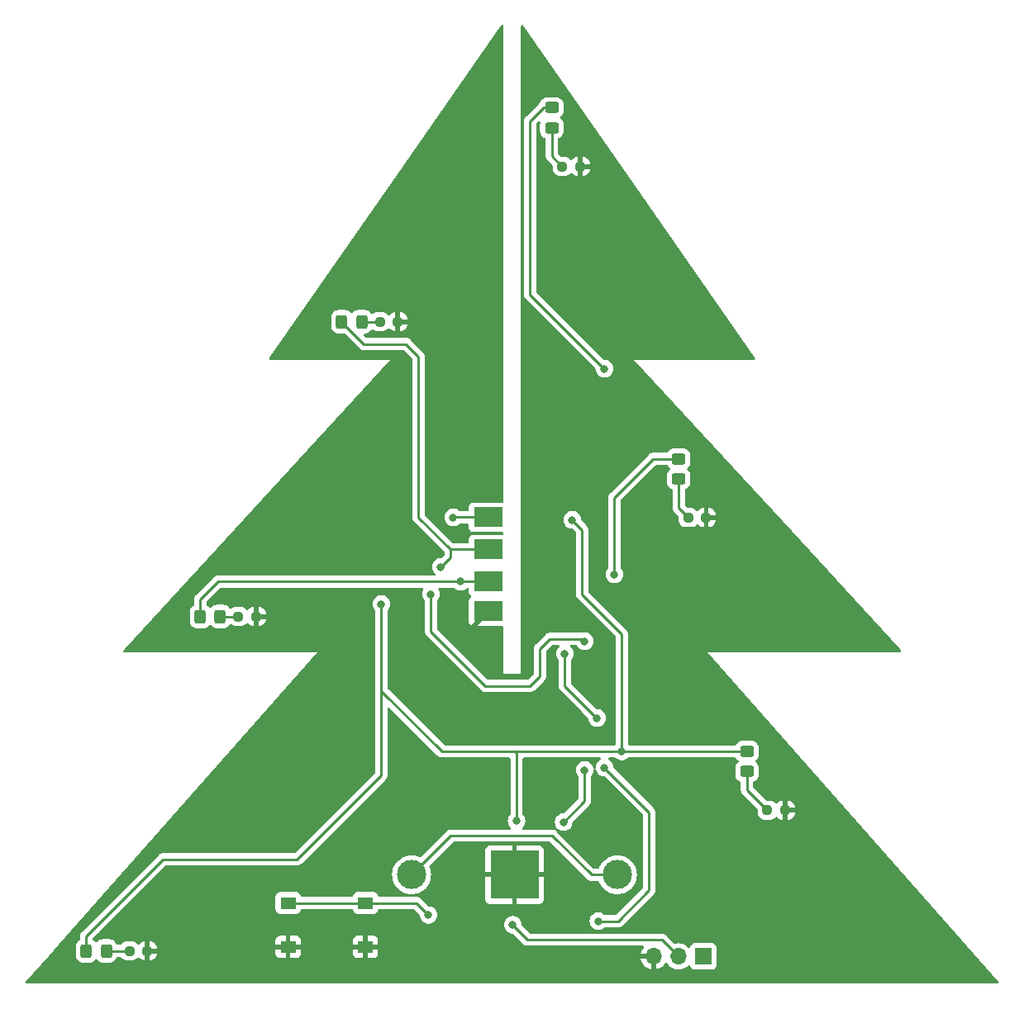
<source format=gtl>
%TF.GenerationSoftware,KiCad,Pcbnew,7.0.8*%
%TF.CreationDate,2024-03-10T12:53:15+01:00*%
%TF.ProjectId,PCB_Christmas_Tree,5043425f-4368-4726-9973-746d61735f54,rev?*%
%TF.SameCoordinates,Original*%
%TF.FileFunction,Copper,L1,Top*%
%TF.FilePolarity,Positive*%
%FSLAX46Y46*%
G04 Gerber Fmt 4.6, Leading zero omitted, Abs format (unit mm)*
G04 Created by KiCad (PCBNEW 7.0.8) date 2024-03-10 12:53:15*
%MOMM*%
%LPD*%
G01*
G04 APERTURE LIST*
G04 Aperture macros list*
%AMRoundRect*
0 Rectangle with rounded corners*
0 $1 Rounding radius*
0 $2 $3 $4 $5 $6 $7 $8 $9 X,Y pos of 4 corners*
0 Add a 4 corners polygon primitive as box body*
4,1,4,$2,$3,$4,$5,$6,$7,$8,$9,$2,$3,0*
0 Add four circle primitives for the rounded corners*
1,1,$1+$1,$2,$3*
1,1,$1+$1,$4,$5*
1,1,$1+$1,$6,$7*
1,1,$1+$1,$8,$9*
0 Add four rect primitives between the rounded corners*
20,1,$1+$1,$2,$3,$4,$5,0*
20,1,$1+$1,$4,$5,$6,$7,0*
20,1,$1+$1,$6,$7,$8,$9,0*
20,1,$1+$1,$8,$9,$2,$3,0*%
G04 Aperture macros list end*
%TA.AperFunction,SMDPad,CuDef*%
%ADD10R,3.000000X2.000000*%
%TD*%
%TA.AperFunction,SMDPad,CuDef*%
%ADD11RoundRect,0.250000X0.450000X-0.325000X0.450000X0.325000X-0.450000X0.325000X-0.450000X-0.325000X0*%
%TD*%
%TA.AperFunction,SMDPad,CuDef*%
%ADD12RoundRect,0.237500X-0.250000X-0.237500X0.250000X-0.237500X0.250000X0.237500X-0.250000X0.237500X0*%
%TD*%
%TA.AperFunction,SMDPad,CuDef*%
%ADD13RoundRect,0.250000X0.325000X0.450000X-0.325000X0.450000X-0.325000X-0.450000X0.325000X-0.450000X0*%
%TD*%
%TA.AperFunction,ComponentPad*%
%ADD14C,3.000000*%
%TD*%
%TA.AperFunction,SMDPad,CuDef*%
%ADD15R,5.000000X5.000000*%
%TD*%
%TA.AperFunction,SMDPad,CuDef*%
%ADD16R,1.550000X1.300000*%
%TD*%
%TA.AperFunction,ComponentPad*%
%ADD17R,1.700000X1.700000*%
%TD*%
%TA.AperFunction,ComponentPad*%
%ADD18O,1.700000X1.700000*%
%TD*%
%TA.AperFunction,ViaPad*%
%ADD19C,0.800000*%
%TD*%
%TA.AperFunction,Conductor*%
%ADD20C,0.250000*%
%TD*%
G04 APERTURE END LIST*
D10*
%TO.P,J7,1,Pin_1*%
%TO.N,/LED_Power_1*%
X93500000Y-93968000D03*
%TO.P,J7,2,Pin_2*%
%TO.N,/LED_Power_2*%
X93500000Y-97270000D03*
%TO.P,J7,3,Pin_3*%
%TO.N,/LED_Power_3*%
X93500000Y-100572000D03*
%TO.P,J7,4,Pin_4*%
%TO.N,GND*%
X93500000Y-103620000D03*
%TD*%
D11*
%TO.P,D21,1,K*%
%TO.N,Net-(D21-K)*%
X113000000Y-90025000D03*
%TO.P,D21,2,A*%
%TO.N,/LED_Power_3*%
X113000000Y-87975000D03*
%TD*%
D12*
%TO.P,R26,1*%
%TO.N,Net-(D21-K)*%
X114000000Y-94000000D03*
%TO.P,R26,2*%
%TO.N,GND*%
X115825000Y-94000000D03*
%TD*%
%TO.P,R27,1*%
%TO.N,Net-(D22-K)*%
X56745500Y-138430000D03*
%TO.P,R27,2*%
%TO.N,GND*%
X58570500Y-138430000D03*
%TD*%
D13*
%TO.P,D23,1,K*%
%TO.N,Net-(D23-K)*%
X66040000Y-104140000D03*
%TO.P,D23,2,A*%
%TO.N,/LED_Power_3*%
X63990000Y-104140000D03*
%TD*%
%TO.P,D10,1,K*%
%TO.N,Net-(D10-K)*%
X80527000Y-73914000D03*
%TO.P,D10,2,A*%
%TO.N,/LED_Power_2*%
X78477000Y-73914000D03*
%TD*%
D12*
%TO.P,R15,1*%
%TO.N,Net-(D10-K)*%
X82399500Y-73914000D03*
%TO.P,R15,2*%
%TO.N,GND*%
X84224500Y-73914000D03*
%TD*%
D11*
%TO.P,D12,1,K*%
%TO.N,Net-(D12-K)*%
X100000000Y-54025000D03*
%TO.P,D12,2,A*%
%TO.N,/LED_Power_2*%
X100000000Y-51975000D03*
%TD*%
%TO.P,D18,1,K*%
%TO.N,Net-(D18-K)*%
X120000000Y-120025000D03*
%TO.P,D18,2,A*%
%TO.N,/LED_Power_1*%
X120000000Y-117975000D03*
%TD*%
D14*
%TO.P,J2,1,Pin_1*%
%TO.N,+BATT*%
X85644000Y-130627000D03*
X106726000Y-130627000D03*
D15*
%TO.P,J2,2,Pin_2*%
%TO.N,GND*%
X96185000Y-130627000D03*
%TD*%
D12*
%TO.P,R28,1*%
%TO.N,Net-(D23-K)*%
X67902500Y-104140000D03*
%TO.P,R28,2*%
%TO.N,GND*%
X69727500Y-104140000D03*
%TD*%
D13*
%TO.P,D22,1,K*%
%TO.N,Net-(D22-K)*%
X54365000Y-138430000D03*
%TO.P,D22,2,A*%
%TO.N,/LED_Power_1*%
X52315000Y-138430000D03*
%TD*%
D12*
%TO.P,R17,1*%
%TO.N,Net-(D12-K)*%
X101087500Y-58000000D03*
%TO.P,R17,2*%
%TO.N,GND*%
X102912500Y-58000000D03*
%TD*%
D16*
%TO.P,SW1,1,1*%
%TO.N,GND*%
X80937000Y-138013000D03*
X72987000Y-138013000D03*
%TO.P,SW1,2,2*%
%TO.N,Net-(D1-K)*%
X80937000Y-133513000D03*
X72987000Y-133513000D03*
%TD*%
D12*
%TO.P,R23,1*%
%TO.N,Net-(D18-K)*%
X122087500Y-124000000D03*
%TO.P,R23,2*%
%TO.N,GND*%
X123912500Y-124000000D03*
%TD*%
D17*
%TO.P,J1,1,Pin_1*%
%TO.N,VDD*%
X115525000Y-139000000D03*
D18*
%TO.P,J1,2,Pin_2*%
%TO.N,/UDPI*%
X112985000Y-139000000D03*
%TO.P,J1,3,Pin_3*%
%TO.N,GND*%
X110445000Y-139000000D03*
%TD*%
D19*
%TO.N,Net-(D1-K)*%
X87376000Y-134750000D03*
%TO.N,/LED_Power_1*%
X89916000Y-93980000D03*
X82550000Y-102870000D03*
X96393000Y-125095000D03*
X107188000Y-117975000D03*
X102108000Y-94234000D03*
%TO.N,/LED_Power_3*%
X105410000Y-119634000D03*
X106426000Y-99822000D03*
X104775000Y-135382000D03*
X104648000Y-114554000D03*
X101346000Y-107950000D03*
X90678000Y-100572000D03*
%TO.N,/LED_Power_2*%
X87630000Y-101854000D03*
X101219000Y-125222000D03*
X105410000Y-78740000D03*
X88646000Y-99060000D03*
X103378000Y-119888000D03*
X103378000Y-106680000D03*
%TO.N,GND*%
X72005000Y-104196000D03*
X85852000Y-74422000D03*
X83439000Y-140335000D03*
X88646000Y-139827000D03*
X98298000Y-105918000D03*
X123952000Y-126492000D03*
X60071000Y-138811000D03*
X90424000Y-90932000D03*
X103886000Y-133223000D03*
X115443000Y-136017000D03*
X100838000Y-95758000D03*
X94420000Y-108030000D03*
X104267000Y-61087000D03*
X92964000Y-106680000D03*
X121158000Y-105283000D03*
X90424000Y-95758000D03*
X109728000Y-135890000D03*
X76962000Y-136652000D03*
X104902000Y-102108000D03*
X86868000Y-108458000D03*
X104902000Y-99314000D03*
X103886000Y-139700000D03*
X70358000Y-139446000D03*
X88646000Y-123825000D03*
X119634000Y-139700000D03*
X98552000Y-121412000D03*
X130365000Y-138436000D03*
X74676000Y-94107000D03*
X100584000Y-90932000D03*
X103124000Y-104394000D03*
X67056000Y-127127000D03*
X97536000Y-135128000D03*
X106172000Y-126238000D03*
X85344000Y-103632000D03*
X101092000Y-98806000D03*
X86741000Y-61468000D03*
%TO.N,/UDPI*%
X96012000Y-135763000D03*
%TD*%
D20*
%TO.N,Net-(D1-K)*%
X86139000Y-133513000D02*
X87376000Y-134750000D01*
X72987000Y-133513000D02*
X80937000Y-133513000D01*
X80937000Y-133513000D02*
X86139000Y-133513000D01*
%TO.N,/LED_Power_1*%
X52315000Y-138430000D02*
X52315000Y-136915000D01*
X52315000Y-136915000D02*
X53086000Y-136144000D01*
X82550000Y-111760000D02*
X82550000Y-102870000D01*
X103124000Y-101854000D02*
X107188000Y-105918000D01*
X102108000Y-94234000D02*
X103124000Y-95250000D01*
X53086000Y-136144000D02*
X60198000Y-129032000D01*
X82550000Y-120396000D02*
X82550000Y-111760000D01*
X96393000Y-125095000D02*
X96393000Y-118102000D01*
X89916000Y-93980000D02*
X89928000Y-93968000D01*
X96266000Y-117975000D02*
X88765000Y-117975000D01*
X60198000Y-129032000D02*
X73914000Y-129032000D01*
X73914000Y-129032000D02*
X82550000Y-120396000D01*
X103124000Y-95250000D02*
X103124000Y-101854000D01*
X88765000Y-117975000D02*
X82550000Y-111760000D01*
X107188000Y-105918000D02*
X107188000Y-117975000D01*
X120000000Y-117975000D02*
X107188000Y-117975000D01*
X89928000Y-93968000D02*
X93500000Y-93968000D01*
X96393000Y-118102000D02*
X96266000Y-117975000D01*
X107188000Y-117975000D02*
X96266000Y-117975000D01*
%TO.N,/LED_Power_3*%
X101346000Y-111252000D02*
X101346000Y-107950000D01*
X109982000Y-124206000D02*
X109982000Y-132207000D01*
X90678000Y-100572000D02*
X93500000Y-100572000D01*
X108458000Y-89916000D02*
X106426000Y-91948000D01*
X104648000Y-114554000D02*
X101346000Y-111252000D01*
X104775000Y-135382000D02*
X106807000Y-135382000D01*
X90678000Y-100572000D02*
X65798000Y-100572000D01*
X106807000Y-135382000D02*
X109982000Y-132207000D01*
X65798000Y-100572000D02*
X63990000Y-102380000D01*
X109982000Y-124206000D02*
X105410000Y-119634000D01*
X113000000Y-87975000D02*
X110399000Y-87975000D01*
X110399000Y-87975000D02*
X108458000Y-89916000D01*
X106426000Y-91948000D02*
X106426000Y-99822000D01*
X63990000Y-102380000D02*
X63990000Y-104140000D01*
%TO.N,Net-(D10-K)*%
X80527000Y-73914000D02*
X82399500Y-73914000D01*
%TO.N,/LED_Power_2*%
X80763000Y-76200000D02*
X85090000Y-76200000D01*
X89650000Y-97270000D02*
X89650000Y-98056000D01*
X100000000Y-51975000D02*
X99155000Y-51975000D01*
X78477000Y-73914000D02*
X80763000Y-76200000D01*
X98806000Y-110236000D02*
X98806000Y-107442000D01*
X103378000Y-123063000D02*
X103378000Y-119888000D01*
X99155000Y-51975000D02*
X97790000Y-53340000D01*
X86360000Y-77470000D02*
X86360000Y-93980000D01*
X86360000Y-93980000D02*
X89650000Y-97270000D01*
X93218000Y-111252000D02*
X97790000Y-111252000D01*
X98806000Y-107442000D02*
X99822000Y-106426000D01*
X87630000Y-105664000D02*
X93218000Y-111252000D01*
X89650000Y-98056000D02*
X88646000Y-99060000D01*
X101219000Y-125222000D02*
X103378000Y-123063000D01*
X97790000Y-71120000D02*
X105410000Y-78740000D01*
X97790000Y-53340000D02*
X97790000Y-71120000D01*
X87630000Y-101854000D02*
X87630000Y-105664000D01*
X103124000Y-106426000D02*
X103378000Y-106680000D01*
X85090000Y-76200000D02*
X86360000Y-77470000D01*
X99822000Y-106426000D02*
X103124000Y-106426000D01*
X89650000Y-97270000D02*
X93500000Y-97270000D01*
X97790000Y-111252000D02*
X98806000Y-110236000D01*
%TO.N,Net-(D12-K)*%
X100000000Y-56912500D02*
X101087500Y-58000000D01*
X100000000Y-54025000D02*
X100000000Y-56912500D01*
%TO.N,+BATT*%
X104084000Y-130627000D02*
X100076000Y-126619000D01*
X106726000Y-130627000D02*
X104084000Y-130627000D01*
X100076000Y-126619000D02*
X89652000Y-126619000D01*
X89652000Y-126619000D02*
X85644000Y-130627000D01*
%TO.N,Net-(D18-K)*%
X120000000Y-120025000D02*
X120000000Y-121912500D01*
X120000000Y-121912500D02*
X122087500Y-124000000D01*
%TO.N,Net-(D21-K)*%
X113000000Y-93000000D02*
X114000000Y-94000000D01*
X113000000Y-90025000D02*
X113000000Y-93000000D01*
%TO.N,Net-(D22-K)*%
X56745500Y-138430000D02*
X54365000Y-138430000D01*
%TO.N,Net-(D23-K)*%
X66040000Y-104140000D02*
X67902500Y-104140000D01*
%TO.N,/UDPI*%
X96012000Y-135763000D02*
X97536000Y-137287000D01*
X97536000Y-137287000D02*
X111272000Y-137287000D01*
X111272000Y-137287000D02*
X112985000Y-139000000D01*
%TD*%
%TA.AperFunction,Conductor*%
%TO.N,GND*%
G36*
X97055703Y-43502857D02*
G01*
X97076247Y-43525695D01*
X107837179Y-58974999D01*
X120813308Y-77604628D01*
X120835472Y-77670889D01*
X120818294Y-77738614D01*
X120767228Y-77786301D01*
X120711558Y-77799500D01*
X108450952Y-77799500D01*
X108450006Y-77799458D01*
X108449902Y-77799500D01*
X108449901Y-77799500D01*
X108449821Y-77799532D01*
X108449634Y-77799601D01*
X108449633Y-77799601D01*
X108449621Y-77799606D01*
X108449545Y-77799791D01*
X108449453Y-77799987D01*
X108449538Y-77800193D01*
X108449603Y-77800370D01*
X108450298Y-77801065D01*
X123635204Y-94366416D01*
X135645523Y-107468583D01*
X135758390Y-107591710D01*
X135789180Y-107654430D01*
X135781173Y-107723839D01*
X135736911Y-107777901D01*
X135670448Y-107799452D01*
X135666983Y-107799500D01*
X115952648Y-107799500D01*
X115950022Y-107799416D01*
X115949585Y-107799580D01*
X115949407Y-107799973D01*
X115949567Y-107800392D01*
X115951370Y-107802309D01*
X145767090Y-141593459D01*
X145796684Y-141656751D01*
X145787362Y-141725996D01*
X145742084Y-141779209D01*
X145675224Y-141799495D01*
X145674110Y-141799500D01*
X46225889Y-141799500D01*
X46158850Y-141779815D01*
X46113095Y-141727011D01*
X46103151Y-141657853D01*
X46132176Y-141594297D01*
X46132909Y-141593459D01*
X48483019Y-138930001D01*
X51239500Y-138930001D01*
X51239501Y-138930019D01*
X51250000Y-139032796D01*
X51250001Y-139032799D01*
X51305185Y-139199331D01*
X51305187Y-139199336D01*
X51327436Y-139235408D01*
X51397288Y-139348656D01*
X51521344Y-139472712D01*
X51670666Y-139564814D01*
X51837203Y-139619999D01*
X51939991Y-139630500D01*
X52690008Y-139630499D01*
X52690016Y-139630498D01*
X52690019Y-139630498D01*
X52746302Y-139624748D01*
X52792797Y-139619999D01*
X52959334Y-139564814D01*
X53108656Y-139472712D01*
X53232712Y-139348656D01*
X53234461Y-139345819D01*
X53236169Y-139344283D01*
X53237193Y-139342989D01*
X53237414Y-139343163D01*
X53286406Y-139299096D01*
X53355368Y-139287872D01*
X53419451Y-139315713D01*
X53445537Y-139345817D01*
X53447288Y-139348656D01*
X53571344Y-139472712D01*
X53720666Y-139564814D01*
X53887203Y-139619999D01*
X53989991Y-139630500D01*
X54740008Y-139630499D01*
X54740016Y-139630498D01*
X54740019Y-139630498D01*
X54796302Y-139624748D01*
X54842797Y-139619999D01*
X55009334Y-139564814D01*
X55158656Y-139472712D01*
X55282712Y-139348656D01*
X55374814Y-139199334D01*
X55394311Y-139140493D01*
X55434084Y-139083051D01*
X55498600Y-139056228D01*
X55512017Y-139055500D01*
X55798519Y-139055500D01*
X55865558Y-139075185D01*
X55904058Y-139114404D01*
X55912660Y-139128350D01*
X56034650Y-139250340D01*
X56181484Y-139340908D01*
X56345247Y-139395174D01*
X56446323Y-139405500D01*
X57044676Y-139405499D01*
X57044684Y-139405498D01*
X57044687Y-139405498D01*
X57100030Y-139399844D01*
X57145753Y-139395174D01*
X57309516Y-139340908D01*
X57456350Y-139250340D01*
X57570675Y-139136014D01*
X57631994Y-139102532D01*
X57701686Y-139107516D01*
X57746034Y-139136017D01*
X57859961Y-139249944D01*
X57859965Y-139249947D01*
X58006688Y-139340448D01*
X58006699Y-139340453D01*
X58170347Y-139394680D01*
X58271351Y-139404999D01*
X58320499Y-139404998D01*
X58320500Y-139404998D01*
X58320500Y-138680000D01*
X58820500Y-138680000D01*
X58820500Y-139404999D01*
X58869640Y-139404999D01*
X58869654Y-139404998D01*
X58970652Y-139394680D01*
X59134300Y-139340453D01*
X59134311Y-139340448D01*
X59281034Y-139249947D01*
X59281038Y-139249944D01*
X59402944Y-139128038D01*
X59402947Y-139128034D01*
X59493448Y-138981311D01*
X59493453Y-138981300D01*
X59547680Y-138817652D01*
X59557999Y-138716654D01*
X59558000Y-138716641D01*
X59558000Y-138680000D01*
X58820500Y-138680000D01*
X58320500Y-138680000D01*
X58320500Y-138263000D01*
X71712000Y-138263000D01*
X71712000Y-138710844D01*
X71718401Y-138770372D01*
X71718403Y-138770379D01*
X71768645Y-138905086D01*
X71768649Y-138905093D01*
X71854809Y-139020187D01*
X71854812Y-139020190D01*
X71969906Y-139106350D01*
X71969913Y-139106354D01*
X72104620Y-139156596D01*
X72104627Y-139156598D01*
X72164155Y-139162999D01*
X72164172Y-139163000D01*
X72737000Y-139163000D01*
X72737000Y-138263000D01*
X73237000Y-138263000D01*
X73237000Y-139163000D01*
X73809828Y-139163000D01*
X73809844Y-139162999D01*
X73869372Y-139156598D01*
X73869379Y-139156596D01*
X74004086Y-139106354D01*
X74004093Y-139106350D01*
X74119187Y-139020190D01*
X74119190Y-139020187D01*
X74205350Y-138905093D01*
X74205354Y-138905086D01*
X74255596Y-138770379D01*
X74255598Y-138770372D01*
X74261999Y-138710844D01*
X74262000Y-138710827D01*
X74262000Y-138263000D01*
X79662000Y-138263000D01*
X79662000Y-138710844D01*
X79668401Y-138770372D01*
X79668403Y-138770379D01*
X79718645Y-138905086D01*
X79718649Y-138905093D01*
X79804809Y-139020187D01*
X79804812Y-139020190D01*
X79919906Y-139106350D01*
X79919913Y-139106354D01*
X80054620Y-139156596D01*
X80054627Y-139156598D01*
X80114155Y-139162999D01*
X80114172Y-139163000D01*
X80687000Y-139163000D01*
X80687000Y-138263000D01*
X81187000Y-138263000D01*
X81187000Y-139163000D01*
X81759828Y-139163000D01*
X81759844Y-139162999D01*
X81819372Y-139156598D01*
X81819379Y-139156596D01*
X81954086Y-139106354D01*
X81954093Y-139106350D01*
X82069187Y-139020190D01*
X82069190Y-139020187D01*
X82155350Y-138905093D01*
X82155354Y-138905086D01*
X82205596Y-138770379D01*
X82205598Y-138770372D01*
X82211999Y-138710844D01*
X82212000Y-138710827D01*
X82212000Y-138263000D01*
X81187000Y-138263000D01*
X80687000Y-138263000D01*
X79662000Y-138263000D01*
X74262000Y-138263000D01*
X73237000Y-138263000D01*
X72737000Y-138263000D01*
X71712000Y-138263000D01*
X58320500Y-138263000D01*
X58320500Y-137455000D01*
X58820500Y-137455000D01*
X58820500Y-138180000D01*
X59557999Y-138180000D01*
X59557999Y-138143360D01*
X59557998Y-138143345D01*
X59547680Y-138042347D01*
X59493453Y-137878699D01*
X59493448Y-137878688D01*
X59422090Y-137763000D01*
X71712000Y-137763000D01*
X72737000Y-137763000D01*
X72737000Y-136863000D01*
X73237000Y-136863000D01*
X73237000Y-137763000D01*
X74262000Y-137763000D01*
X79662000Y-137763000D01*
X80687000Y-137763000D01*
X80687000Y-136863000D01*
X81187000Y-136863000D01*
X81187000Y-137763000D01*
X82212000Y-137763000D01*
X82212000Y-137315172D01*
X82211999Y-137315155D01*
X82205598Y-137255627D01*
X82205596Y-137255620D01*
X82155354Y-137120913D01*
X82155350Y-137120906D01*
X82069190Y-137005812D01*
X82069187Y-137005809D01*
X81954093Y-136919649D01*
X81954086Y-136919645D01*
X81819379Y-136869403D01*
X81819372Y-136869401D01*
X81759844Y-136863000D01*
X81187000Y-136863000D01*
X80687000Y-136863000D01*
X80114155Y-136863000D01*
X80054627Y-136869401D01*
X80054620Y-136869403D01*
X79919913Y-136919645D01*
X79919906Y-136919649D01*
X79804812Y-137005809D01*
X79804809Y-137005812D01*
X79718649Y-137120906D01*
X79718645Y-137120913D01*
X79668403Y-137255620D01*
X79668401Y-137255627D01*
X79662000Y-137315155D01*
X79662000Y-137763000D01*
X74262000Y-137763000D01*
X74262000Y-137315172D01*
X74261999Y-137315155D01*
X74255598Y-137255627D01*
X74255596Y-137255620D01*
X74205354Y-137120913D01*
X74205350Y-137120906D01*
X74119190Y-137005812D01*
X74119187Y-137005809D01*
X74004093Y-136919649D01*
X74004086Y-136919645D01*
X73869379Y-136869403D01*
X73869372Y-136869401D01*
X73809844Y-136863000D01*
X73237000Y-136863000D01*
X72737000Y-136863000D01*
X72164155Y-136863000D01*
X72104627Y-136869401D01*
X72104620Y-136869403D01*
X71969913Y-136919645D01*
X71969906Y-136919649D01*
X71854812Y-137005809D01*
X71854809Y-137005812D01*
X71768649Y-137120906D01*
X71768645Y-137120913D01*
X71718403Y-137255620D01*
X71718401Y-137255627D01*
X71712000Y-137315155D01*
X71712000Y-137763000D01*
X59422090Y-137763000D01*
X59402947Y-137731965D01*
X59402944Y-137731961D01*
X59281038Y-137610055D01*
X59281034Y-137610052D01*
X59134311Y-137519551D01*
X59134300Y-137519546D01*
X58970652Y-137465319D01*
X58869654Y-137455000D01*
X58820500Y-137455000D01*
X58320500Y-137455000D01*
X58320499Y-137454999D01*
X58271361Y-137455000D01*
X58271343Y-137455001D01*
X58170347Y-137465319D01*
X58006699Y-137519546D01*
X58006688Y-137519551D01*
X57859965Y-137610052D01*
X57746034Y-137723983D01*
X57684711Y-137757467D01*
X57615019Y-137752483D01*
X57570672Y-137723982D01*
X57456351Y-137609661D01*
X57456350Y-137609660D01*
X57365129Y-137553395D01*
X57309518Y-137519093D01*
X57309513Y-137519091D01*
X57286128Y-137511342D01*
X57145753Y-137464826D01*
X57145751Y-137464825D01*
X57044678Y-137454500D01*
X56446330Y-137454500D01*
X56446312Y-137454501D01*
X56345247Y-137464825D01*
X56181484Y-137519092D01*
X56181481Y-137519093D01*
X56034648Y-137609661D01*
X55912660Y-137731649D01*
X55912659Y-137731651D01*
X55904058Y-137745596D01*
X55852110Y-137792321D01*
X55798519Y-137804500D01*
X55512017Y-137804500D01*
X55444978Y-137784815D01*
X55399223Y-137732011D01*
X55394311Y-137719505D01*
X55391289Y-137710385D01*
X55374814Y-137660666D01*
X55282712Y-137511344D01*
X55158656Y-137387288D01*
X55009334Y-137295186D01*
X54842797Y-137240001D01*
X54842795Y-137240000D01*
X54740010Y-137229500D01*
X53989998Y-137229500D01*
X53989980Y-137229501D01*
X53887203Y-137240000D01*
X53887200Y-137240001D01*
X53720668Y-137295185D01*
X53720663Y-137295187D01*
X53571342Y-137387289D01*
X53447285Y-137511346D01*
X53445537Y-137514182D01*
X53443829Y-137515717D01*
X53442807Y-137517011D01*
X53442585Y-137516836D01*
X53393589Y-137560905D01*
X53324626Y-137572126D01*
X53260544Y-137544282D01*
X53234463Y-137514182D01*
X53232714Y-137511346D01*
X53108657Y-137387289D01*
X53108656Y-137387288D01*
X53006262Y-137324131D01*
X52959537Y-137272183D01*
X52948316Y-137203220D01*
X52976159Y-137139138D01*
X52983667Y-137130922D01*
X53556120Y-136558470D01*
X53614679Y-136499911D01*
X53614692Y-136499896D01*
X54351588Y-135763000D01*
X95106540Y-135763000D01*
X95126326Y-135951256D01*
X95126327Y-135951259D01*
X95184818Y-136131277D01*
X95184821Y-136131284D01*
X95279467Y-136295216D01*
X95386600Y-136414199D01*
X95406129Y-136435888D01*
X95559265Y-136547148D01*
X95559270Y-136547151D01*
X95732192Y-136624142D01*
X95732197Y-136624144D01*
X95917354Y-136663500D01*
X95976548Y-136663500D01*
X96043587Y-136683185D01*
X96064228Y-136699818D01*
X96567629Y-137203220D01*
X97035197Y-137670788D01*
X97045022Y-137683051D01*
X97045243Y-137682869D01*
X97050214Y-137688878D01*
X97068663Y-137706202D01*
X97100635Y-137736226D01*
X97121529Y-137757120D01*
X97127011Y-137761373D01*
X97131443Y-137765157D01*
X97165418Y-137797062D01*
X97182976Y-137806714D01*
X97199235Y-137817395D01*
X97215064Y-137829673D01*
X97257838Y-137848182D01*
X97263056Y-137850738D01*
X97303908Y-137873197D01*
X97323316Y-137878180D01*
X97341717Y-137884480D01*
X97360104Y-137892437D01*
X97403488Y-137899308D01*
X97406119Y-137899725D01*
X97411839Y-137900909D01*
X97456981Y-137912500D01*
X97477016Y-137912500D01*
X97496414Y-137914026D01*
X97516194Y-137917159D01*
X97516195Y-137917160D01*
X97516195Y-137917159D01*
X97516196Y-137917160D01*
X97562584Y-137912775D01*
X97568422Y-137912500D01*
X109323950Y-137912500D01*
X109390989Y-137932185D01*
X109436744Y-137984989D01*
X109446688Y-138054147D01*
X109417663Y-138117703D01*
X109411631Y-138124181D01*
X109406891Y-138128920D01*
X109406886Y-138128926D01*
X109271400Y-138322420D01*
X109271399Y-138322422D01*
X109171570Y-138536507D01*
X109171567Y-138536513D01*
X109114364Y-138749999D01*
X109114364Y-138750000D01*
X110011314Y-138750000D01*
X109985507Y-138790156D01*
X109945000Y-138928111D01*
X109945000Y-139071889D01*
X109985507Y-139209844D01*
X110011314Y-139250000D01*
X109114364Y-139250000D01*
X109171567Y-139463486D01*
X109171570Y-139463492D01*
X109271399Y-139677578D01*
X109406894Y-139871082D01*
X109573917Y-140038105D01*
X109767421Y-140173600D01*
X109981507Y-140273429D01*
X109981516Y-140273433D01*
X110195000Y-140330634D01*
X110195000Y-139435501D01*
X110302685Y-139484680D01*
X110409237Y-139500000D01*
X110480763Y-139500000D01*
X110587315Y-139484680D01*
X110695000Y-139435501D01*
X110695000Y-140330633D01*
X110908483Y-140273433D01*
X110908492Y-140273429D01*
X111122578Y-140173600D01*
X111316082Y-140038105D01*
X111483105Y-139871082D01*
X111613119Y-139685405D01*
X111667696Y-139641781D01*
X111737195Y-139634588D01*
X111799549Y-139666110D01*
X111816269Y-139685405D01*
X111946505Y-139871401D01*
X112113599Y-140038495D01*
X112210384Y-140106265D01*
X112307165Y-140174032D01*
X112307167Y-140174033D01*
X112307170Y-140174035D01*
X112521337Y-140273903D01*
X112749592Y-140335063D01*
X112926034Y-140350500D01*
X112984999Y-140355659D01*
X112985000Y-140355659D01*
X112985001Y-140355659D01*
X113043966Y-140350500D01*
X113220408Y-140335063D01*
X113448663Y-140273903D01*
X113662830Y-140174035D01*
X113856401Y-140038495D01*
X113978329Y-139916566D01*
X114039648Y-139883084D01*
X114109340Y-139888068D01*
X114165274Y-139929939D01*
X114182189Y-139960917D01*
X114231202Y-140092328D01*
X114231206Y-140092335D01*
X114317452Y-140207544D01*
X114317455Y-140207547D01*
X114432664Y-140293793D01*
X114432671Y-140293797D01*
X114567517Y-140344091D01*
X114567516Y-140344091D01*
X114574444Y-140344835D01*
X114627127Y-140350500D01*
X116422872Y-140350499D01*
X116482483Y-140344091D01*
X116617331Y-140293796D01*
X116732546Y-140207546D01*
X116818796Y-140092331D01*
X116869091Y-139957483D01*
X116875500Y-139897873D01*
X116875499Y-138102128D01*
X116869091Y-138042517D01*
X116868990Y-138042247D01*
X116818797Y-137907671D01*
X116818793Y-137907664D01*
X116732547Y-137792455D01*
X116732544Y-137792452D01*
X116617335Y-137706206D01*
X116617328Y-137706202D01*
X116482482Y-137655908D01*
X116482483Y-137655908D01*
X116422883Y-137649501D01*
X116422881Y-137649500D01*
X116422873Y-137649500D01*
X116422864Y-137649500D01*
X114627129Y-137649500D01*
X114627123Y-137649501D01*
X114567516Y-137655908D01*
X114432671Y-137706202D01*
X114432664Y-137706206D01*
X114317455Y-137792452D01*
X114317452Y-137792455D01*
X114231206Y-137907664D01*
X114231203Y-137907669D01*
X114182189Y-138039083D01*
X114140317Y-138095016D01*
X114074853Y-138119433D01*
X114006580Y-138104581D01*
X113978326Y-138083430D01*
X113856402Y-137961506D01*
X113856395Y-137961501D01*
X113662834Y-137825967D01*
X113662830Y-137825965D01*
X113600841Y-137797059D01*
X113448663Y-137726097D01*
X113448659Y-137726096D01*
X113448655Y-137726094D01*
X113220413Y-137664938D01*
X113220403Y-137664936D01*
X112985001Y-137644341D01*
X112984999Y-137644341D01*
X112749596Y-137664936D01*
X112749586Y-137664938D01*
X112649126Y-137691856D01*
X112579276Y-137690193D01*
X112529352Y-137659762D01*
X112164777Y-137295187D01*
X111772803Y-136903212D01*
X111762980Y-136890950D01*
X111762759Y-136891134D01*
X111757786Y-136885123D01*
X111741044Y-136869401D01*
X111707364Y-136837773D01*
X111696919Y-136827328D01*
X111686475Y-136816883D01*
X111680986Y-136812625D01*
X111676561Y-136808847D01*
X111642582Y-136776938D01*
X111642580Y-136776936D01*
X111642577Y-136776935D01*
X111625029Y-136767288D01*
X111608763Y-136756604D01*
X111592933Y-136744325D01*
X111550168Y-136725818D01*
X111544922Y-136723248D01*
X111504093Y-136700803D01*
X111504092Y-136700802D01*
X111484693Y-136695822D01*
X111466281Y-136689518D01*
X111447898Y-136681562D01*
X111447892Y-136681560D01*
X111401874Y-136674272D01*
X111396152Y-136673087D01*
X111351021Y-136661500D01*
X111351019Y-136661500D01*
X111330984Y-136661500D01*
X111311586Y-136659973D01*
X111304162Y-136658797D01*
X111291805Y-136656840D01*
X111291804Y-136656840D01*
X111245416Y-136661225D01*
X111239578Y-136661500D01*
X97846453Y-136661500D01*
X97779414Y-136641815D01*
X97758772Y-136625181D01*
X96950960Y-135817369D01*
X96917475Y-135756046D01*
X96915323Y-135742668D01*
X96897674Y-135574744D01*
X96839179Y-135394716D01*
X96744533Y-135230784D01*
X96617871Y-135090112D01*
X96617870Y-135090111D01*
X96464734Y-134978851D01*
X96464729Y-134978848D01*
X96291807Y-134901857D01*
X96291802Y-134901855D01*
X96146001Y-134870865D01*
X96106646Y-134862500D01*
X95917354Y-134862500D01*
X95884897Y-134869398D01*
X95732197Y-134901855D01*
X95732192Y-134901857D01*
X95559270Y-134978848D01*
X95559265Y-134978851D01*
X95406129Y-135090111D01*
X95279466Y-135230785D01*
X95184821Y-135394715D01*
X95184818Y-135394722D01*
X95127784Y-135570256D01*
X95126326Y-135574744D01*
X95106540Y-135763000D01*
X54351588Y-135763000D01*
X55903719Y-134210870D01*
X71711500Y-134210870D01*
X71711501Y-134210876D01*
X71717908Y-134270483D01*
X71768202Y-134405328D01*
X71768206Y-134405335D01*
X71854452Y-134520544D01*
X71854455Y-134520547D01*
X71969664Y-134606793D01*
X71969671Y-134606797D01*
X72104517Y-134657091D01*
X72104516Y-134657091D01*
X72111444Y-134657835D01*
X72164127Y-134663500D01*
X73809872Y-134663499D01*
X73869483Y-134657091D01*
X74004331Y-134606796D01*
X74119546Y-134520546D01*
X74205796Y-134405331D01*
X74256091Y-134270483D01*
X74258375Y-134249243D01*
X74285114Y-134184692D01*
X74342507Y-134144845D01*
X74381664Y-134138500D01*
X79542336Y-134138500D01*
X79609375Y-134158185D01*
X79655130Y-134210989D01*
X79665626Y-134249246D01*
X79667909Y-134270483D01*
X79718202Y-134405328D01*
X79718206Y-134405335D01*
X79804452Y-134520544D01*
X79804455Y-134520547D01*
X79919664Y-134606793D01*
X79919671Y-134606797D01*
X80054517Y-134657091D01*
X80054516Y-134657091D01*
X80061444Y-134657835D01*
X80114127Y-134663500D01*
X81759872Y-134663499D01*
X81819483Y-134657091D01*
X81954331Y-134606796D01*
X82069546Y-134520546D01*
X82155796Y-134405331D01*
X82206091Y-134270483D01*
X82208375Y-134249243D01*
X82235114Y-134184692D01*
X82292507Y-134144845D01*
X82331664Y-134138500D01*
X85828548Y-134138500D01*
X85895587Y-134158185D01*
X85916229Y-134174819D01*
X86437038Y-134695629D01*
X86470523Y-134756952D01*
X86472678Y-134770348D01*
X86480968Y-134849227D01*
X86490326Y-134938256D01*
X86490327Y-134938259D01*
X86548818Y-135118277D01*
X86548821Y-135118284D01*
X86643467Y-135282216D01*
X86733313Y-135382000D01*
X86770129Y-135422888D01*
X86923265Y-135534148D01*
X86923270Y-135534151D01*
X87096192Y-135611142D01*
X87096197Y-135611144D01*
X87281354Y-135650500D01*
X87281355Y-135650500D01*
X87470644Y-135650500D01*
X87470646Y-135650500D01*
X87655803Y-135611144D01*
X87828730Y-135534151D01*
X87981871Y-135422888D01*
X88108533Y-135282216D01*
X88203179Y-135118284D01*
X88261674Y-134938256D01*
X88281460Y-134750000D01*
X88261674Y-134561744D01*
X88203179Y-134381716D01*
X88108533Y-134217784D01*
X87981871Y-134077112D01*
X87981870Y-134077111D01*
X87828734Y-133965851D01*
X87828729Y-133965848D01*
X87655807Y-133888857D01*
X87655802Y-133888855D01*
X87510001Y-133857865D01*
X87470646Y-133849500D01*
X87470645Y-133849500D01*
X87411453Y-133849500D01*
X87344414Y-133829815D01*
X87323772Y-133813181D01*
X86639803Y-133129212D01*
X86629980Y-133116950D01*
X86629759Y-133117134D01*
X86624786Y-133111123D01*
X86574364Y-133063773D01*
X86563919Y-133053328D01*
X86553475Y-133042883D01*
X86547986Y-133038625D01*
X86543561Y-133034847D01*
X86509582Y-133002938D01*
X86509580Y-133002936D01*
X86509577Y-133002935D01*
X86492029Y-132993288D01*
X86475763Y-132982604D01*
X86459933Y-132970325D01*
X86417168Y-132951818D01*
X86411922Y-132949248D01*
X86371093Y-132926803D01*
X86371092Y-132926802D01*
X86351693Y-132921822D01*
X86333281Y-132915518D01*
X86314898Y-132907562D01*
X86314892Y-132907560D01*
X86268874Y-132900272D01*
X86263152Y-132899087D01*
X86218021Y-132887500D01*
X86218019Y-132887500D01*
X86197984Y-132887500D01*
X86178586Y-132885973D01*
X86171162Y-132884797D01*
X86158805Y-132882840D01*
X86158804Y-132882840D01*
X86112416Y-132887225D01*
X86106578Y-132887500D01*
X82331664Y-132887500D01*
X82264625Y-132867815D01*
X82218870Y-132815011D01*
X82208374Y-132776754D01*
X82208170Y-132774857D01*
X82206091Y-132755517D01*
X82155796Y-132620669D01*
X82155795Y-132620668D01*
X82155793Y-132620664D01*
X82069547Y-132505455D01*
X82069544Y-132505452D01*
X81954335Y-132419206D01*
X81954328Y-132419202D01*
X81819482Y-132368908D01*
X81819483Y-132368908D01*
X81759883Y-132362501D01*
X81759881Y-132362500D01*
X81759873Y-132362500D01*
X81759864Y-132362500D01*
X80114129Y-132362500D01*
X80114123Y-132362501D01*
X80054516Y-132368908D01*
X79919671Y-132419202D01*
X79919664Y-132419206D01*
X79804455Y-132505452D01*
X79804452Y-132505455D01*
X79718206Y-132620664D01*
X79718202Y-132620671D01*
X79667908Y-132755516D01*
X79665625Y-132776757D01*
X79638886Y-132841308D01*
X79581493Y-132881155D01*
X79542336Y-132887500D01*
X74381664Y-132887500D01*
X74314625Y-132867815D01*
X74268870Y-132815011D01*
X74258374Y-132776754D01*
X74258170Y-132774857D01*
X74256091Y-132755517D01*
X74205796Y-132620669D01*
X74205795Y-132620668D01*
X74205793Y-132620664D01*
X74119547Y-132505455D01*
X74119544Y-132505452D01*
X74004335Y-132419206D01*
X74004328Y-132419202D01*
X73869482Y-132368908D01*
X73869483Y-132368908D01*
X73809883Y-132362501D01*
X73809881Y-132362500D01*
X73809873Y-132362500D01*
X73809864Y-132362500D01*
X72164129Y-132362500D01*
X72164123Y-132362501D01*
X72104516Y-132368908D01*
X71969671Y-132419202D01*
X71969664Y-132419206D01*
X71854455Y-132505452D01*
X71854452Y-132505455D01*
X71768206Y-132620664D01*
X71768202Y-132620671D01*
X71717908Y-132755517D01*
X71711501Y-132815116D01*
X71711500Y-132815135D01*
X71711500Y-134210870D01*
X55903719Y-134210870D01*
X60420772Y-129693819D01*
X60482095Y-129660334D01*
X60508453Y-129657500D01*
X73831257Y-129657500D01*
X73846877Y-129659224D01*
X73846904Y-129658939D01*
X73854660Y-129659671D01*
X73854667Y-129659673D01*
X73923814Y-129657500D01*
X73953350Y-129657500D01*
X73960228Y-129656630D01*
X73966041Y-129656172D01*
X74012627Y-129654709D01*
X74031869Y-129649117D01*
X74050912Y-129645174D01*
X74070792Y-129642664D01*
X74114122Y-129625507D01*
X74119646Y-129623617D01*
X74123396Y-129622527D01*
X74164390Y-129610618D01*
X74181629Y-129600422D01*
X74199103Y-129591862D01*
X74217727Y-129584488D01*
X74217727Y-129584487D01*
X74217732Y-129584486D01*
X74255449Y-129557082D01*
X74260305Y-129553892D01*
X74300420Y-129530170D01*
X74314589Y-129515999D01*
X74329379Y-129503368D01*
X74345587Y-129491594D01*
X74375299Y-129455676D01*
X74379212Y-129451376D01*
X82933788Y-120896801D01*
X82946042Y-120886986D01*
X82945859Y-120886764D01*
X82951866Y-120881792D01*
X82951877Y-120881786D01*
X82982775Y-120848882D01*
X82999227Y-120831364D01*
X83009671Y-120820918D01*
X83020120Y-120810471D01*
X83024379Y-120804978D01*
X83028152Y-120800561D01*
X83060062Y-120766582D01*
X83069713Y-120749024D01*
X83080396Y-120732761D01*
X83092673Y-120716936D01*
X83111185Y-120674153D01*
X83113738Y-120668941D01*
X83136197Y-120628092D01*
X83141180Y-120608680D01*
X83147481Y-120590280D01*
X83155437Y-120571896D01*
X83162729Y-120525852D01*
X83163906Y-120520171D01*
X83175500Y-120475019D01*
X83175500Y-120454983D01*
X83177027Y-120435582D01*
X83180160Y-120415804D01*
X83175775Y-120369415D01*
X83175500Y-120363577D01*
X83175500Y-113569452D01*
X83195185Y-113502413D01*
X83247989Y-113456658D01*
X83317147Y-113446714D01*
X83380703Y-113475739D01*
X83387181Y-113481771D01*
X88264197Y-118358788D01*
X88274022Y-118371051D01*
X88274243Y-118370869D01*
X88279214Y-118376878D01*
X88305217Y-118401295D01*
X88329635Y-118424226D01*
X88350529Y-118445120D01*
X88356011Y-118449373D01*
X88360443Y-118453157D01*
X88394418Y-118485062D01*
X88411976Y-118494714D01*
X88428235Y-118505395D01*
X88444064Y-118517673D01*
X88486838Y-118536182D01*
X88492056Y-118538738D01*
X88532908Y-118561197D01*
X88552316Y-118566180D01*
X88570717Y-118572480D01*
X88589104Y-118580437D01*
X88632488Y-118587308D01*
X88635119Y-118587725D01*
X88640839Y-118588909D01*
X88685981Y-118600500D01*
X88706016Y-118600500D01*
X88725414Y-118602026D01*
X88745194Y-118605159D01*
X88745195Y-118605160D01*
X88745195Y-118605159D01*
X88745196Y-118605160D01*
X88791584Y-118600775D01*
X88797422Y-118600500D01*
X95643500Y-118600500D01*
X95710539Y-118620185D01*
X95756294Y-118672989D01*
X95767500Y-118724500D01*
X95767500Y-124396312D01*
X95747815Y-124463351D01*
X95735650Y-124479284D01*
X95660466Y-124562784D01*
X95565821Y-124726715D01*
X95565818Y-124726722D01*
X95507327Y-124906740D01*
X95507326Y-124906744D01*
X95487540Y-125095000D01*
X95507326Y-125283256D01*
X95507327Y-125283259D01*
X95565818Y-125463277D01*
X95565821Y-125463284D01*
X95660467Y-125627216D01*
X95773118Y-125752327D01*
X95787128Y-125767887D01*
X95788909Y-125769181D01*
X95789690Y-125770194D01*
X95791958Y-125772236D01*
X95791584Y-125772650D01*
X95831576Y-125824510D01*
X95837556Y-125894124D01*
X95804950Y-125955919D01*
X95744112Y-125990277D01*
X95716025Y-125993500D01*
X89734743Y-125993500D01*
X89719122Y-125991775D01*
X89719096Y-125992061D01*
X89711334Y-125991327D01*
X89711333Y-125991327D01*
X89642186Y-125993500D01*
X89612649Y-125993500D01*
X89605766Y-125994369D01*
X89599949Y-125994826D01*
X89553373Y-125996290D01*
X89534129Y-126001881D01*
X89515079Y-126005825D01*
X89495211Y-126008334D01*
X89451884Y-126025488D01*
X89446358Y-126027379D01*
X89401614Y-126040379D01*
X89401610Y-126040381D01*
X89384366Y-126050579D01*
X89366905Y-126059133D01*
X89348274Y-126066510D01*
X89348262Y-126066517D01*
X89310570Y-126093902D01*
X89305687Y-126097109D01*
X89265580Y-126120829D01*
X89251414Y-126134995D01*
X89236624Y-126147627D01*
X89220414Y-126159404D01*
X89220411Y-126159407D01*
X89190710Y-126195309D01*
X89186777Y-126199631D01*
X86611162Y-128775246D01*
X86549839Y-128808731D01*
X86480148Y-128803747D01*
X86403734Y-128775246D01*
X86209046Y-128702631D01*
X86209042Y-128702630D01*
X86209039Y-128702629D01*
X85929433Y-128641804D01*
X85644001Y-128621390D01*
X85643999Y-128621390D01*
X85358566Y-128641804D01*
X85078962Y-128702628D01*
X84810833Y-128802635D01*
X84559690Y-128939770D01*
X84559682Y-128939775D01*
X84330612Y-129111254D01*
X84330594Y-129111270D01*
X84128270Y-129313594D01*
X84128254Y-129313612D01*
X83956775Y-129542682D01*
X83956770Y-129542690D01*
X83819635Y-129793833D01*
X83719628Y-130061962D01*
X83658804Y-130341566D01*
X83638390Y-130626998D01*
X83638390Y-130627001D01*
X83658804Y-130912433D01*
X83719628Y-131192037D01*
X83719630Y-131192043D01*
X83719631Y-131192046D01*
X83772266Y-131333166D01*
X83819635Y-131460166D01*
X83956770Y-131711309D01*
X83956775Y-131711317D01*
X84128254Y-131940387D01*
X84128270Y-131940405D01*
X84330594Y-132142729D01*
X84330612Y-132142745D01*
X84559682Y-132314224D01*
X84559690Y-132314229D01*
X84810833Y-132451364D01*
X84810832Y-132451364D01*
X84810836Y-132451365D01*
X84810839Y-132451367D01*
X85078954Y-132551369D01*
X85078960Y-132551370D01*
X85078962Y-132551371D01*
X85358566Y-132612195D01*
X85358568Y-132612195D01*
X85358572Y-132612196D01*
X85612220Y-132630337D01*
X85643999Y-132632610D01*
X85644000Y-132632610D01*
X85644001Y-132632610D01*
X85672595Y-132630564D01*
X85929428Y-132612196D01*
X86088547Y-132577582D01*
X86209037Y-132551371D01*
X86209037Y-132551370D01*
X86209046Y-132551369D01*
X86477161Y-132451367D01*
X86728315Y-132314226D01*
X86957395Y-132142739D01*
X87159739Y-131940395D01*
X87331226Y-131711315D01*
X87468367Y-131460161D01*
X87568369Y-131192046D01*
X87568371Y-131192037D01*
X87629195Y-130912433D01*
X87629195Y-130912432D01*
X87629196Y-130912428D01*
X87631730Y-130877000D01*
X93185000Y-130877000D01*
X93185000Y-133174844D01*
X93191401Y-133234372D01*
X93191403Y-133234379D01*
X93241645Y-133369086D01*
X93241649Y-133369093D01*
X93327809Y-133484187D01*
X93327812Y-133484190D01*
X93442906Y-133570350D01*
X93442913Y-133570354D01*
X93577620Y-133620596D01*
X93577627Y-133620598D01*
X93637155Y-133626999D01*
X93637172Y-133627000D01*
X95935000Y-133627000D01*
X95935000Y-130877000D01*
X96435000Y-130877000D01*
X96435000Y-133627000D01*
X98732828Y-133627000D01*
X98732844Y-133626999D01*
X98792372Y-133620598D01*
X98792379Y-133620596D01*
X98927086Y-133570354D01*
X98927093Y-133570350D01*
X99042187Y-133484190D01*
X99042190Y-133484187D01*
X99128350Y-133369093D01*
X99128354Y-133369086D01*
X99178596Y-133234379D01*
X99178598Y-133234372D01*
X99184999Y-133174844D01*
X99185000Y-133174827D01*
X99185000Y-130877000D01*
X96435000Y-130877000D01*
X95935000Y-130877000D01*
X93185000Y-130877000D01*
X87631730Y-130877000D01*
X87649610Y-130627000D01*
X87631730Y-130377000D01*
X93185000Y-130377000D01*
X95935000Y-130377000D01*
X95935000Y-127627000D01*
X96435000Y-127627000D01*
X96435000Y-130377000D01*
X99185000Y-130377000D01*
X99185000Y-128079172D01*
X99184999Y-128079155D01*
X99178598Y-128019627D01*
X99178596Y-128019620D01*
X99128354Y-127884913D01*
X99128350Y-127884906D01*
X99042190Y-127769812D01*
X99042187Y-127769809D01*
X98927093Y-127683649D01*
X98927086Y-127683645D01*
X98792379Y-127633403D01*
X98792372Y-127633401D01*
X98732844Y-127627000D01*
X96435000Y-127627000D01*
X95935000Y-127627000D01*
X93637155Y-127627000D01*
X93577627Y-127633401D01*
X93577620Y-127633403D01*
X93442913Y-127683645D01*
X93442906Y-127683649D01*
X93327812Y-127769809D01*
X93327809Y-127769812D01*
X93241649Y-127884906D01*
X93241645Y-127884913D01*
X93191403Y-128019620D01*
X93191401Y-128019627D01*
X93185000Y-128079155D01*
X93185000Y-130377000D01*
X87631730Y-130377000D01*
X87629196Y-130341572D01*
X87568369Y-130061954D01*
X87468367Y-129793839D01*
X87468364Y-129793833D01*
X87467252Y-129790851D01*
X87462268Y-129721159D01*
X87495753Y-129659836D01*
X89874772Y-127280819D01*
X89936095Y-127247334D01*
X89962453Y-127244500D01*
X99765548Y-127244500D01*
X99832587Y-127264185D01*
X99853229Y-127280819D01*
X103583197Y-131010788D01*
X103593022Y-131023051D01*
X103593243Y-131022869D01*
X103598214Y-131028878D01*
X103624217Y-131053295D01*
X103648635Y-131076226D01*
X103669529Y-131097120D01*
X103675011Y-131101373D01*
X103679443Y-131105157D01*
X103713418Y-131137062D01*
X103730976Y-131146714D01*
X103747233Y-131157393D01*
X103763064Y-131169673D01*
X103782737Y-131178186D01*
X103805833Y-131188182D01*
X103811077Y-131190750D01*
X103851908Y-131213197D01*
X103864523Y-131216435D01*
X103871305Y-131218177D01*
X103889719Y-131224481D01*
X103908104Y-131232438D01*
X103954157Y-131239732D01*
X103959826Y-131240906D01*
X104004981Y-131252500D01*
X104025016Y-131252500D01*
X104044413Y-131254026D01*
X104064196Y-131257160D01*
X104110584Y-131252775D01*
X104116422Y-131252500D01*
X104738084Y-131252500D01*
X104805123Y-131272185D01*
X104850878Y-131324989D01*
X104854266Y-131333166D01*
X104901635Y-131460166D01*
X105038770Y-131711309D01*
X105038775Y-131711317D01*
X105210254Y-131940387D01*
X105210270Y-131940405D01*
X105412594Y-132142729D01*
X105412612Y-132142745D01*
X105641682Y-132314224D01*
X105641690Y-132314229D01*
X105892833Y-132451364D01*
X105892832Y-132451364D01*
X105892836Y-132451365D01*
X105892839Y-132451367D01*
X106160954Y-132551369D01*
X106160960Y-132551370D01*
X106160962Y-132551371D01*
X106440566Y-132612195D01*
X106440568Y-132612195D01*
X106440572Y-132612196D01*
X106694220Y-132630337D01*
X106725999Y-132632610D01*
X106726000Y-132632610D01*
X106726001Y-132632610D01*
X106754595Y-132630564D01*
X107011428Y-132612196D01*
X107170547Y-132577582D01*
X107291037Y-132551371D01*
X107291037Y-132551370D01*
X107291046Y-132551369D01*
X107559161Y-132451367D01*
X107810315Y-132314226D01*
X108039395Y-132142739D01*
X108241739Y-131940395D01*
X108413226Y-131711315D01*
X108550367Y-131460161D01*
X108650369Y-131192046D01*
X108650371Y-131192037D01*
X108711195Y-130912433D01*
X108711195Y-130912432D01*
X108711196Y-130912428D01*
X108731610Y-130627000D01*
X108711196Y-130341572D01*
X108650369Y-130061954D01*
X108550367Y-129793839D01*
X108548735Y-129790851D01*
X108413229Y-129542690D01*
X108413224Y-129542682D01*
X108241745Y-129313612D01*
X108241729Y-129313594D01*
X108039405Y-129111270D01*
X108039387Y-129111254D01*
X107810317Y-128939775D01*
X107810309Y-128939770D01*
X107559166Y-128802635D01*
X107559167Y-128802635D01*
X107451915Y-128762632D01*
X107291046Y-128702631D01*
X107291043Y-128702630D01*
X107291037Y-128702628D01*
X107011433Y-128641804D01*
X106726001Y-128621390D01*
X106725999Y-128621390D01*
X106440566Y-128641804D01*
X106160962Y-128702628D01*
X105892833Y-128802635D01*
X105641690Y-128939770D01*
X105641682Y-128939775D01*
X105412612Y-129111254D01*
X105412594Y-129111270D01*
X105210270Y-129313594D01*
X105210254Y-129313612D01*
X105038775Y-129542682D01*
X105038770Y-129542690D01*
X104901635Y-129793833D01*
X104854266Y-129920834D01*
X104812394Y-129976768D01*
X104746929Y-130001184D01*
X104738084Y-130001500D01*
X104394452Y-130001500D01*
X104327413Y-129981815D01*
X104306771Y-129965181D01*
X100576803Y-126235212D01*
X100566980Y-126222950D01*
X100566759Y-126223134D01*
X100561786Y-126217123D01*
X100543159Y-126199631D01*
X100511364Y-126169773D01*
X100500919Y-126159328D01*
X100490475Y-126148883D01*
X100484986Y-126144625D01*
X100480561Y-126140847D01*
X100446582Y-126108938D01*
X100446580Y-126108936D01*
X100446577Y-126108935D01*
X100429029Y-126099288D01*
X100412763Y-126088604D01*
X100405724Y-126083144D01*
X100396936Y-126076327D01*
X100396935Y-126076326D01*
X100396933Y-126076325D01*
X100354168Y-126057818D01*
X100348922Y-126055248D01*
X100308093Y-126032803D01*
X100308092Y-126032802D01*
X100288693Y-126027822D01*
X100270281Y-126021518D01*
X100251898Y-126013562D01*
X100251892Y-126013560D01*
X100205874Y-126006272D01*
X100200152Y-126005087D01*
X100155021Y-125993500D01*
X100155019Y-125993500D01*
X100134984Y-125993500D01*
X100115586Y-125991973D01*
X100104877Y-125990277D01*
X100095805Y-125988840D01*
X100095804Y-125988840D01*
X100049416Y-125993225D01*
X100043578Y-125993500D01*
X97069975Y-125993500D01*
X97002936Y-125973815D01*
X96957181Y-125921011D01*
X96947237Y-125851853D01*
X96976262Y-125788297D01*
X96997091Y-125769181D01*
X96998871Y-125767888D01*
X97125533Y-125627216D01*
X97220179Y-125463284D01*
X97278674Y-125283256D01*
X97285112Y-125222000D01*
X100313540Y-125222000D01*
X100333326Y-125410256D01*
X100333327Y-125410259D01*
X100391818Y-125590277D01*
X100391821Y-125590284D01*
X100486467Y-125754216D01*
X100574380Y-125851853D01*
X100613129Y-125894888D01*
X100766265Y-126006148D01*
X100766270Y-126006151D01*
X100939192Y-126083142D01*
X100939197Y-126083144D01*
X101124354Y-126122500D01*
X101124355Y-126122500D01*
X101313644Y-126122500D01*
X101313646Y-126122500D01*
X101498803Y-126083144D01*
X101671730Y-126006151D01*
X101824871Y-125894888D01*
X101951533Y-125754216D01*
X102046179Y-125590284D01*
X102104674Y-125410256D01*
X102122321Y-125242344D01*
X102148904Y-125177734D01*
X102157951Y-125167638D01*
X103761788Y-123563801D01*
X103774042Y-123553986D01*
X103773859Y-123553764D01*
X103779866Y-123548792D01*
X103779877Y-123548786D01*
X103810775Y-123515882D01*
X103827227Y-123498364D01*
X103837671Y-123487918D01*
X103848120Y-123477471D01*
X103852379Y-123471978D01*
X103856152Y-123467561D01*
X103888062Y-123433582D01*
X103897713Y-123416024D01*
X103908396Y-123399761D01*
X103920673Y-123383936D01*
X103939185Y-123341153D01*
X103941738Y-123335941D01*
X103964197Y-123295092D01*
X103969180Y-123275680D01*
X103975481Y-123257280D01*
X103983437Y-123238896D01*
X103990729Y-123192852D01*
X103991906Y-123187171D01*
X104003500Y-123142019D01*
X104003500Y-123121983D01*
X104005027Y-123102582D01*
X104007091Y-123089551D01*
X104008160Y-123082804D01*
X104003775Y-123036415D01*
X104003500Y-123030577D01*
X104003500Y-120586687D01*
X104023185Y-120519648D01*
X104035350Y-120503715D01*
X104053891Y-120483122D01*
X104110533Y-120420216D01*
X104205179Y-120256284D01*
X104263674Y-120076256D01*
X104283460Y-119888000D01*
X104281397Y-119868374D01*
X104293964Y-119799647D01*
X104320685Y-119771080D01*
X104312320Y-119768274D01*
X104268608Y-119713767D01*
X104265351Y-119704905D01*
X104205181Y-119519722D01*
X104205180Y-119519721D01*
X104205179Y-119519716D01*
X104110533Y-119355784D01*
X103983871Y-119215112D01*
X103983870Y-119215111D01*
X103830734Y-119103851D01*
X103830729Y-119103848D01*
X103657807Y-119026857D01*
X103657802Y-119026855D01*
X103512001Y-118995865D01*
X103472646Y-118987500D01*
X103283354Y-118987500D01*
X103250897Y-118994398D01*
X103098197Y-119026855D01*
X103098192Y-119026857D01*
X102925270Y-119103848D01*
X102925265Y-119103851D01*
X102772129Y-119215111D01*
X102645466Y-119355785D01*
X102550821Y-119519715D01*
X102550818Y-119519722D01*
X102496022Y-119688369D01*
X102492326Y-119699744D01*
X102472540Y-119888000D01*
X102492326Y-120076256D01*
X102492327Y-120076259D01*
X102550818Y-120256277D01*
X102550821Y-120256284D01*
X102645467Y-120420216D01*
X102676772Y-120454983D01*
X102720650Y-120503715D01*
X102750880Y-120566706D01*
X102752500Y-120586687D01*
X102752500Y-122752547D01*
X102732815Y-122819586D01*
X102716181Y-122840228D01*
X101271228Y-124285181D01*
X101209905Y-124318666D01*
X101183547Y-124321500D01*
X101124354Y-124321500D01*
X101091897Y-124328398D01*
X100939197Y-124360855D01*
X100939192Y-124360857D01*
X100766270Y-124437848D01*
X100766265Y-124437851D01*
X100613129Y-124549111D01*
X100486466Y-124689785D01*
X100391821Y-124853715D01*
X100391818Y-124853722D01*
X100333327Y-125033740D01*
X100333326Y-125033744D01*
X100313540Y-125222000D01*
X97285112Y-125222000D01*
X97298460Y-125095000D01*
X97278674Y-124906744D01*
X97220179Y-124726716D01*
X97125533Y-124562784D01*
X97113222Y-124549111D01*
X97050350Y-124479284D01*
X97020120Y-124416292D01*
X97018500Y-124396312D01*
X97018500Y-118724500D01*
X97038185Y-118657461D01*
X97090989Y-118611706D01*
X97142500Y-118600500D01*
X104933943Y-118600500D01*
X105000982Y-118620185D01*
X105046737Y-118672989D01*
X105056681Y-118742147D01*
X105027656Y-118805703D01*
X104984381Y-118837778D01*
X104971655Y-118843444D01*
X104957267Y-118849850D01*
X104957265Y-118849851D01*
X104804129Y-118961111D01*
X104677466Y-119101785D01*
X104582821Y-119265715D01*
X104582818Y-119265722D01*
X104524327Y-119445740D01*
X104524326Y-119445744D01*
X104504540Y-119634000D01*
X104506221Y-119649998D01*
X104506603Y-119653626D01*
X104494033Y-119722356D01*
X104467314Y-119750917D01*
X104475676Y-119753722D01*
X104519389Y-119808228D01*
X104522648Y-119817093D01*
X104582819Y-120002280D01*
X104582821Y-120002284D01*
X104677467Y-120166216D01*
X104683781Y-120173228D01*
X104804129Y-120306888D01*
X104957265Y-120418148D01*
X104957270Y-120418151D01*
X105130192Y-120495142D01*
X105130197Y-120495144D01*
X105315354Y-120534500D01*
X105374548Y-120534500D01*
X105441587Y-120554185D01*
X105462229Y-120570819D01*
X109320181Y-124428771D01*
X109353666Y-124490094D01*
X109356500Y-124516452D01*
X109356500Y-131896547D01*
X109336815Y-131963586D01*
X109320181Y-131984228D01*
X106584228Y-134720181D01*
X106522905Y-134753666D01*
X106496547Y-134756500D01*
X105478748Y-134756500D01*
X105411709Y-134736815D01*
X105386600Y-134715474D01*
X105380873Y-134709114D01*
X105380869Y-134709110D01*
X105227734Y-134597851D01*
X105227729Y-134597848D01*
X105054807Y-134520857D01*
X105054802Y-134520855D01*
X104909001Y-134489865D01*
X104869646Y-134481500D01*
X104680354Y-134481500D01*
X104647897Y-134488398D01*
X104495197Y-134520855D01*
X104495192Y-134520857D01*
X104322270Y-134597848D01*
X104322265Y-134597851D01*
X104169129Y-134709111D01*
X104042466Y-134849785D01*
X103947821Y-135013715D01*
X103947818Y-135013722D01*
X103889327Y-135193740D01*
X103889326Y-135193744D01*
X103869540Y-135382000D01*
X103889326Y-135570256D01*
X103889327Y-135570259D01*
X103947818Y-135750277D01*
X103947821Y-135750284D01*
X104042467Y-135914216D01*
X104163401Y-136048526D01*
X104169129Y-136054888D01*
X104322265Y-136166148D01*
X104322270Y-136166151D01*
X104495192Y-136243142D01*
X104495197Y-136243144D01*
X104680354Y-136282500D01*
X104680355Y-136282500D01*
X104869644Y-136282500D01*
X104869646Y-136282500D01*
X105054803Y-136243144D01*
X105227730Y-136166151D01*
X105380871Y-136054888D01*
X105383788Y-136051647D01*
X105386600Y-136048526D01*
X105446087Y-136011879D01*
X105478748Y-136007500D01*
X106724257Y-136007500D01*
X106739877Y-136009224D01*
X106739904Y-136008939D01*
X106747660Y-136009671D01*
X106747667Y-136009673D01*
X106816814Y-136007500D01*
X106846350Y-136007500D01*
X106853228Y-136006630D01*
X106859041Y-136006172D01*
X106905627Y-136004709D01*
X106924869Y-135999117D01*
X106943912Y-135995174D01*
X106963792Y-135992664D01*
X107007122Y-135975507D01*
X107012646Y-135973617D01*
X107016396Y-135972527D01*
X107057390Y-135960618D01*
X107074629Y-135950422D01*
X107092103Y-135941862D01*
X107110727Y-135934488D01*
X107110727Y-135934487D01*
X107110732Y-135934486D01*
X107148449Y-135907082D01*
X107153305Y-135903892D01*
X107193420Y-135880170D01*
X107207589Y-135865999D01*
X107222379Y-135853368D01*
X107238587Y-135841594D01*
X107268299Y-135805676D01*
X107272212Y-135801376D01*
X110365788Y-132707801D01*
X110378042Y-132697986D01*
X110377859Y-132697764D01*
X110383866Y-132692792D01*
X110383877Y-132692786D01*
X110414775Y-132659882D01*
X110431227Y-132642364D01*
X110441671Y-132631918D01*
X110452120Y-132621471D01*
X110456379Y-132615978D01*
X110460152Y-132611561D01*
X110492062Y-132577582D01*
X110501715Y-132560020D01*
X110512389Y-132543770D01*
X110524673Y-132527936D01*
X110543180Y-132485167D01*
X110545749Y-132479924D01*
X110547953Y-132475913D01*
X110568197Y-132439092D01*
X110573177Y-132419691D01*
X110579478Y-132401288D01*
X110587438Y-132382896D01*
X110594730Y-132336849D01*
X110595911Y-132331152D01*
X110607500Y-132286019D01*
X110607500Y-132265983D01*
X110609027Y-132246582D01*
X110612160Y-132226804D01*
X110607775Y-132180415D01*
X110607500Y-132174577D01*
X110607500Y-124288737D01*
X110609224Y-124273123D01*
X110608938Y-124273096D01*
X110609672Y-124265333D01*
X110607500Y-124196202D01*
X110607500Y-124166651D01*
X110607500Y-124166650D01*
X110606629Y-124159759D01*
X110606172Y-124153945D01*
X110604709Y-124107374D01*
X110604709Y-124107372D01*
X110599120Y-124088137D01*
X110595174Y-124069084D01*
X110592664Y-124049208D01*
X110575501Y-124005859D01*
X110573614Y-124000346D01*
X110560617Y-123955610D01*
X110560616Y-123955608D01*
X110550421Y-123938369D01*
X110541860Y-123920893D01*
X110534486Y-123902269D01*
X110534486Y-123902267D01*
X110524474Y-123888488D01*
X110507083Y-123864550D01*
X110503900Y-123859705D01*
X110480170Y-123819579D01*
X110480165Y-123819573D01*
X110466005Y-123805413D01*
X110453370Y-123790620D01*
X110441593Y-123774412D01*
X110405693Y-123744713D01*
X110401381Y-123740790D01*
X106348960Y-119688369D01*
X106315475Y-119627046D01*
X106313323Y-119613668D01*
X106295674Y-119445744D01*
X106237179Y-119265716D01*
X106142533Y-119101784D01*
X106015871Y-118961112D01*
X105960041Y-118920549D01*
X105862734Y-118849851D01*
X105862732Y-118849850D01*
X105862730Y-118849849D01*
X105835619Y-118837778D01*
X105782384Y-118792528D01*
X105762063Y-118725679D01*
X105781109Y-118658456D01*
X105833475Y-118612201D01*
X105886057Y-118600500D01*
X106484252Y-118600500D01*
X106551291Y-118620185D01*
X106576400Y-118641526D01*
X106582126Y-118647885D01*
X106582130Y-118647889D01*
X106735265Y-118759148D01*
X106735270Y-118759151D01*
X106908192Y-118836142D01*
X106908197Y-118836144D01*
X107093354Y-118875500D01*
X107093355Y-118875500D01*
X107282644Y-118875500D01*
X107282646Y-118875500D01*
X107467803Y-118836144D01*
X107640730Y-118759151D01*
X107793871Y-118647888D01*
X107796788Y-118644647D01*
X107799600Y-118641526D01*
X107859087Y-118604879D01*
X107891748Y-118600500D01*
X118784362Y-118600500D01*
X118851401Y-118620185D01*
X118889899Y-118659401D01*
X118957288Y-118768656D01*
X118957289Y-118768657D01*
X119081346Y-118892714D01*
X119084182Y-118894463D01*
X119085717Y-118896170D01*
X119087011Y-118897193D01*
X119086836Y-118897414D01*
X119130905Y-118946411D01*
X119142126Y-119015374D01*
X119114282Y-119079456D01*
X119084182Y-119105537D01*
X119081346Y-119107285D01*
X118957289Y-119231342D01*
X118865187Y-119380663D01*
X118865185Y-119380668D01*
X118843621Y-119445744D01*
X118810001Y-119547203D01*
X118810001Y-119547204D01*
X118810000Y-119547204D01*
X118799500Y-119649983D01*
X118799500Y-120400001D01*
X118799501Y-120400019D01*
X118810000Y-120502796D01*
X118810001Y-120502799D01*
X118865185Y-120669331D01*
X118865187Y-120669336D01*
X118868168Y-120674169D01*
X118957288Y-120818656D01*
X119081344Y-120942712D01*
X119230666Y-121034814D01*
X119230668Y-121034815D01*
X119251110Y-121041588D01*
X119289502Y-121054310D01*
X119346947Y-121094081D01*
X119373772Y-121158596D01*
X119374500Y-121172016D01*
X119374500Y-121829755D01*
X119372775Y-121845372D01*
X119373061Y-121845399D01*
X119372326Y-121853165D01*
X119374500Y-121922314D01*
X119374500Y-121951843D01*
X119374501Y-121951860D01*
X119375368Y-121958731D01*
X119375826Y-121964550D01*
X119377290Y-122011124D01*
X119377291Y-122011127D01*
X119382880Y-122030367D01*
X119386824Y-122049411D01*
X119389336Y-122069291D01*
X119406490Y-122112619D01*
X119408382Y-122118147D01*
X119421381Y-122162888D01*
X119431580Y-122180134D01*
X119440138Y-122197603D01*
X119447514Y-122216232D01*
X119474898Y-122253923D01*
X119478106Y-122258807D01*
X119501827Y-122298916D01*
X119501833Y-122298924D01*
X119515990Y-122313080D01*
X119528628Y-122327876D01*
X119540405Y-122344086D01*
X119540406Y-122344087D01*
X119576309Y-122373788D01*
X119580620Y-122377710D01*
X120701273Y-123498364D01*
X121063181Y-123860272D01*
X121096666Y-123921595D01*
X121099500Y-123947953D01*
X121099500Y-124286668D01*
X121099501Y-124286687D01*
X121109825Y-124387752D01*
X121143739Y-124490094D01*
X121164092Y-124551516D01*
X121254660Y-124698350D01*
X121376650Y-124820340D01*
X121523484Y-124910908D01*
X121687247Y-124965174D01*
X121788323Y-124975500D01*
X122386676Y-124975499D01*
X122386684Y-124975498D01*
X122386687Y-124975498D01*
X122442030Y-124969844D01*
X122487753Y-124965174D01*
X122651516Y-124910908D01*
X122798350Y-124820340D01*
X122912675Y-124706014D01*
X122973994Y-124672532D01*
X123043686Y-124677516D01*
X123088034Y-124706017D01*
X123201961Y-124819944D01*
X123201965Y-124819947D01*
X123348688Y-124910448D01*
X123348699Y-124910453D01*
X123512347Y-124964680D01*
X123613351Y-124974999D01*
X123662499Y-124974998D01*
X123662500Y-124974998D01*
X123662500Y-124250000D01*
X124162500Y-124250000D01*
X124162500Y-124974999D01*
X124211640Y-124974999D01*
X124211654Y-124974998D01*
X124312652Y-124964680D01*
X124476300Y-124910453D01*
X124476311Y-124910448D01*
X124623034Y-124819947D01*
X124623038Y-124819944D01*
X124744944Y-124698038D01*
X124744947Y-124698034D01*
X124835448Y-124551311D01*
X124835453Y-124551300D01*
X124889680Y-124387652D01*
X124899999Y-124286654D01*
X124900000Y-124286641D01*
X124900000Y-124250000D01*
X124162500Y-124250000D01*
X123662500Y-124250000D01*
X123662500Y-123025000D01*
X124162500Y-123025000D01*
X124162500Y-123750000D01*
X124899999Y-123750000D01*
X124899999Y-123713360D01*
X124899998Y-123713345D01*
X124889680Y-123612347D01*
X124835453Y-123448699D01*
X124835448Y-123448688D01*
X124744947Y-123301965D01*
X124744944Y-123301961D01*
X124623038Y-123180055D01*
X124623034Y-123180052D01*
X124476311Y-123089551D01*
X124476300Y-123089546D01*
X124312652Y-123035319D01*
X124211654Y-123025000D01*
X124162500Y-123025000D01*
X123662500Y-123025000D01*
X123662499Y-123024999D01*
X123613361Y-123025000D01*
X123613343Y-123025001D01*
X123512347Y-123035319D01*
X123348699Y-123089546D01*
X123348688Y-123089551D01*
X123201965Y-123180052D01*
X123088034Y-123293983D01*
X123026711Y-123327467D01*
X122957019Y-123322483D01*
X122912672Y-123293982D01*
X122798351Y-123179661D01*
X122798350Y-123179660D01*
X122673387Y-123102582D01*
X122651518Y-123089093D01*
X122651513Y-123089091D01*
X122632540Y-123082804D01*
X122487753Y-123034826D01*
X122487751Y-123034825D01*
X122386684Y-123024500D01*
X122386677Y-123024500D01*
X122047952Y-123024500D01*
X121980913Y-123004815D01*
X121960271Y-122988181D01*
X120661819Y-121689728D01*
X120628334Y-121628405D01*
X120625500Y-121602047D01*
X120625500Y-121172016D01*
X120645185Y-121104977D01*
X120697989Y-121059222D01*
X120710488Y-121054313D01*
X120769334Y-121034814D01*
X120918656Y-120942712D01*
X121042712Y-120818656D01*
X121134814Y-120669334D01*
X121189999Y-120502797D01*
X121200500Y-120400009D01*
X121200499Y-119649992D01*
X121198865Y-119634000D01*
X121189999Y-119547203D01*
X121189998Y-119547200D01*
X121180890Y-119519715D01*
X121134814Y-119380666D01*
X121042712Y-119231344D01*
X120918656Y-119107288D01*
X120915819Y-119105538D01*
X120914283Y-119103830D01*
X120912989Y-119102807D01*
X120913163Y-119102585D01*
X120869096Y-119053594D01*
X120857872Y-118984632D01*
X120885713Y-118920549D01*
X120915817Y-118894462D01*
X120918656Y-118892712D01*
X121042712Y-118768656D01*
X121134814Y-118619334D01*
X121189999Y-118452797D01*
X121200500Y-118350009D01*
X121200499Y-117599992D01*
X121189999Y-117497203D01*
X121134814Y-117330666D01*
X121042712Y-117181344D01*
X120918656Y-117057288D01*
X120769334Y-116965186D01*
X120602797Y-116910001D01*
X120602795Y-116910000D01*
X120500010Y-116899500D01*
X119499998Y-116899500D01*
X119499980Y-116899501D01*
X119397203Y-116910000D01*
X119397200Y-116910001D01*
X119230668Y-116965185D01*
X119230663Y-116965187D01*
X119081342Y-117057289D01*
X118957289Y-117181342D01*
X118957288Y-117181344D01*
X118898281Y-117277011D01*
X118889901Y-117290597D01*
X118837953Y-117337321D01*
X118784362Y-117349500D01*
X107937500Y-117349500D01*
X107870461Y-117329815D01*
X107824706Y-117277011D01*
X107813500Y-117225500D01*
X107813500Y-106000742D01*
X107815224Y-105985122D01*
X107814939Y-105985096D01*
X107815671Y-105977340D01*
X107815673Y-105977333D01*
X107813500Y-105908185D01*
X107813500Y-105878650D01*
X107812631Y-105871772D01*
X107812172Y-105865943D01*
X107810709Y-105819372D01*
X107805122Y-105800144D01*
X107801174Y-105781084D01*
X107798843Y-105762627D01*
X107798664Y-105761208D01*
X107798663Y-105761206D01*
X107798663Y-105761204D01*
X107781512Y-105717887D01*
X107779619Y-105712358D01*
X107766618Y-105667609D01*
X107766616Y-105667606D01*
X107756423Y-105650371D01*
X107747861Y-105632894D01*
X107740487Y-105614270D01*
X107733510Y-105604667D01*
X107713079Y-105576545D01*
X107709888Y-105571686D01*
X107686172Y-105531583D01*
X107686165Y-105531574D01*
X107672006Y-105517415D01*
X107659368Y-105502619D01*
X107647594Y-105486413D01*
X107611688Y-105456709D01*
X107607376Y-105452786D01*
X103785819Y-101631228D01*
X103752334Y-101569905D01*
X103749500Y-101543547D01*
X103749500Y-99822000D01*
X105520540Y-99822000D01*
X105540326Y-100010256D01*
X105540327Y-100010259D01*
X105598818Y-100190277D01*
X105598821Y-100190284D01*
X105693467Y-100354216D01*
X105820129Y-100494888D01*
X105973265Y-100606148D01*
X105973270Y-100606151D01*
X106146192Y-100683142D01*
X106146197Y-100683144D01*
X106331354Y-100722500D01*
X106331355Y-100722500D01*
X106520644Y-100722500D01*
X106520646Y-100722500D01*
X106705803Y-100683144D01*
X106878730Y-100606151D01*
X107031871Y-100494888D01*
X107158533Y-100354216D01*
X107253179Y-100190284D01*
X107311674Y-100010256D01*
X107331460Y-99822000D01*
X107311674Y-99633744D01*
X107253179Y-99453716D01*
X107158533Y-99289784D01*
X107121141Y-99248256D01*
X107083350Y-99206284D01*
X107053120Y-99143292D01*
X107051500Y-99123312D01*
X107051500Y-92258452D01*
X107071185Y-92191413D01*
X107087819Y-92170771D01*
X108933484Y-90325107D01*
X108933499Y-90325089D01*
X110621771Y-88636819D01*
X110683094Y-88603334D01*
X110709452Y-88600500D01*
X111784362Y-88600500D01*
X111851401Y-88620185D01*
X111889901Y-88659403D01*
X111957289Y-88768657D01*
X112081346Y-88892714D01*
X112084182Y-88894463D01*
X112085717Y-88896170D01*
X112087011Y-88897193D01*
X112086836Y-88897414D01*
X112130905Y-88946411D01*
X112142126Y-89015374D01*
X112114282Y-89079456D01*
X112084182Y-89105537D01*
X112081346Y-89107285D01*
X111957289Y-89231342D01*
X111865187Y-89380663D01*
X111865186Y-89380666D01*
X111810001Y-89547203D01*
X111810001Y-89547204D01*
X111810000Y-89547204D01*
X111799500Y-89649983D01*
X111799500Y-90400001D01*
X111799501Y-90400019D01*
X111810000Y-90502796D01*
X111810001Y-90502799D01*
X111865185Y-90669331D01*
X111865186Y-90669334D01*
X111957288Y-90818656D01*
X112081344Y-90942712D01*
X112230666Y-91034814D01*
X112230668Y-91034815D01*
X112251110Y-91041588D01*
X112289502Y-91054310D01*
X112346947Y-91094081D01*
X112373772Y-91158596D01*
X112374500Y-91172016D01*
X112374500Y-92917255D01*
X112372775Y-92932872D01*
X112373061Y-92932899D01*
X112372326Y-92940665D01*
X112374500Y-93009814D01*
X112374500Y-93039343D01*
X112374501Y-93039360D01*
X112375368Y-93046231D01*
X112375826Y-93052050D01*
X112377290Y-93098624D01*
X112377291Y-93098627D01*
X112382880Y-93117867D01*
X112386824Y-93136911D01*
X112389336Y-93156791D01*
X112406490Y-93200119D01*
X112408382Y-93205647D01*
X112421381Y-93250388D01*
X112431580Y-93267634D01*
X112440136Y-93285100D01*
X112443654Y-93293983D01*
X112447514Y-93303732D01*
X112474898Y-93341423D01*
X112478106Y-93346307D01*
X112501827Y-93386416D01*
X112501833Y-93386424D01*
X112515990Y-93400580D01*
X112528628Y-93415376D01*
X112540405Y-93431586D01*
X112540406Y-93431587D01*
X112576309Y-93461288D01*
X112580620Y-93465210D01*
X112784957Y-93669547D01*
X112975681Y-93860271D01*
X113009166Y-93921594D01*
X113012000Y-93947952D01*
X113012000Y-94286668D01*
X113012001Y-94286687D01*
X113022325Y-94387752D01*
X113041369Y-94445221D01*
X113076592Y-94551516D01*
X113167160Y-94698350D01*
X113289150Y-94820340D01*
X113435984Y-94910908D01*
X113599747Y-94965174D01*
X113700823Y-94975500D01*
X114299176Y-94975499D01*
X114299184Y-94975498D01*
X114299187Y-94975498D01*
X114354530Y-94969844D01*
X114400253Y-94965174D01*
X114564016Y-94910908D01*
X114710850Y-94820340D01*
X114825175Y-94706014D01*
X114886494Y-94672532D01*
X114956186Y-94677516D01*
X115000534Y-94706017D01*
X115114461Y-94819944D01*
X115114465Y-94819947D01*
X115261188Y-94910448D01*
X115261199Y-94910453D01*
X115424847Y-94964680D01*
X115525851Y-94974999D01*
X115574999Y-94974998D01*
X115575000Y-94974998D01*
X115575000Y-94250000D01*
X116075000Y-94250000D01*
X116075000Y-94974999D01*
X116124140Y-94974999D01*
X116124154Y-94974998D01*
X116225152Y-94964680D01*
X116388800Y-94910453D01*
X116388811Y-94910448D01*
X116535534Y-94819947D01*
X116535538Y-94819944D01*
X116657444Y-94698038D01*
X116657447Y-94698034D01*
X116747948Y-94551311D01*
X116747953Y-94551300D01*
X116802180Y-94387652D01*
X116812499Y-94286654D01*
X116812500Y-94286641D01*
X116812500Y-94250000D01*
X116075000Y-94250000D01*
X115575000Y-94250000D01*
X115575000Y-93025000D01*
X116075000Y-93025000D01*
X116075000Y-93750000D01*
X116812499Y-93750000D01*
X116812499Y-93713360D01*
X116812498Y-93713345D01*
X116802180Y-93612347D01*
X116747953Y-93448699D01*
X116747948Y-93448688D01*
X116657447Y-93301965D01*
X116657444Y-93301961D01*
X116535538Y-93180055D01*
X116535534Y-93180052D01*
X116388811Y-93089551D01*
X116388800Y-93089546D01*
X116225152Y-93035319D01*
X116124154Y-93025000D01*
X116075000Y-93025000D01*
X115575000Y-93025000D01*
X115574999Y-93024999D01*
X115525861Y-93025000D01*
X115525843Y-93025001D01*
X115424847Y-93035319D01*
X115261199Y-93089546D01*
X115261188Y-93089551D01*
X115114465Y-93180052D01*
X115000534Y-93293983D01*
X114939211Y-93327467D01*
X114869519Y-93322483D01*
X114825172Y-93293982D01*
X114710851Y-93179661D01*
X114710850Y-93179660D01*
X114612271Y-93118856D01*
X114564018Y-93089093D01*
X114564013Y-93089091D01*
X114535069Y-93079500D01*
X114400253Y-93034826D01*
X114400251Y-93034825D01*
X114299184Y-93024500D01*
X114299177Y-93024500D01*
X113960453Y-93024500D01*
X113893414Y-93004815D01*
X113872772Y-92988181D01*
X113661819Y-92777228D01*
X113628334Y-92715905D01*
X113625500Y-92689547D01*
X113625500Y-91172016D01*
X113645185Y-91104977D01*
X113697989Y-91059222D01*
X113710488Y-91054313D01*
X113769334Y-91034814D01*
X113918656Y-90942712D01*
X114042712Y-90818656D01*
X114134814Y-90669334D01*
X114189999Y-90502797D01*
X114200500Y-90400009D01*
X114200499Y-89649992D01*
X114189999Y-89547203D01*
X114134814Y-89380666D01*
X114042712Y-89231344D01*
X113918656Y-89107288D01*
X113915819Y-89105538D01*
X113914283Y-89103830D01*
X113912989Y-89102807D01*
X113913163Y-89102585D01*
X113869096Y-89053594D01*
X113857872Y-88984632D01*
X113885713Y-88920549D01*
X113915817Y-88894462D01*
X113918656Y-88892712D01*
X114042712Y-88768656D01*
X114134814Y-88619334D01*
X114189999Y-88452797D01*
X114200500Y-88350009D01*
X114200499Y-87599992D01*
X114195967Y-87555631D01*
X114189999Y-87497203D01*
X114189998Y-87497200D01*
X114183248Y-87476829D01*
X114134814Y-87330666D01*
X114042712Y-87181344D01*
X113918656Y-87057288D01*
X113769334Y-86965186D01*
X113602797Y-86910001D01*
X113602795Y-86910000D01*
X113500010Y-86899500D01*
X112499998Y-86899500D01*
X112499980Y-86899501D01*
X112397203Y-86910000D01*
X112397200Y-86910001D01*
X112230668Y-86965185D01*
X112230663Y-86965187D01*
X112081342Y-87057289D01*
X111957289Y-87181342D01*
X111889901Y-87290597D01*
X111837953Y-87337321D01*
X111784362Y-87349500D01*
X110481743Y-87349500D01*
X110466122Y-87347775D01*
X110466095Y-87348061D01*
X110458333Y-87347326D01*
X110389172Y-87349500D01*
X110359649Y-87349500D01*
X110352778Y-87350367D01*
X110346959Y-87350825D01*
X110300374Y-87352289D01*
X110300368Y-87352290D01*
X110281126Y-87357880D01*
X110262087Y-87361823D01*
X110242217Y-87364334D01*
X110242203Y-87364337D01*
X110198883Y-87381488D01*
X110193358Y-87383380D01*
X110148613Y-87396380D01*
X110148610Y-87396381D01*
X110131366Y-87406579D01*
X110113905Y-87415133D01*
X110095274Y-87422510D01*
X110095262Y-87422517D01*
X110057570Y-87449902D01*
X110052687Y-87453109D01*
X110012580Y-87476829D01*
X109998414Y-87490995D01*
X109983624Y-87503627D01*
X109967414Y-87515404D01*
X109967411Y-87515407D01*
X109937710Y-87551309D01*
X109933777Y-87555631D01*
X107987880Y-89501529D01*
X107987876Y-89501533D01*
X106042208Y-91447199D01*
X106029951Y-91457020D01*
X106030134Y-91457241D01*
X106024123Y-91462213D01*
X105976772Y-91512636D01*
X105955889Y-91533519D01*
X105955877Y-91533532D01*
X105951621Y-91539017D01*
X105947837Y-91543447D01*
X105915937Y-91577418D01*
X105915936Y-91577420D01*
X105906284Y-91594976D01*
X105895610Y-91611226D01*
X105883329Y-91627061D01*
X105883324Y-91627068D01*
X105864815Y-91669838D01*
X105862245Y-91675084D01*
X105839803Y-91715906D01*
X105834822Y-91735307D01*
X105828521Y-91753710D01*
X105820562Y-91772102D01*
X105820561Y-91772105D01*
X105813271Y-91818127D01*
X105812087Y-91823846D01*
X105800501Y-91868972D01*
X105800500Y-91868982D01*
X105800500Y-91889016D01*
X105798973Y-91908415D01*
X105795840Y-91928194D01*
X105795840Y-91928195D01*
X105800225Y-91974583D01*
X105800500Y-91980421D01*
X105800500Y-99123312D01*
X105780815Y-99190351D01*
X105768650Y-99206284D01*
X105693466Y-99289784D01*
X105598821Y-99453715D01*
X105598818Y-99453722D01*
X105575940Y-99524135D01*
X105540326Y-99633744D01*
X105520540Y-99822000D01*
X103749500Y-99822000D01*
X103749500Y-95332742D01*
X103751224Y-95317122D01*
X103750939Y-95317096D01*
X103751671Y-95309340D01*
X103751673Y-95309333D01*
X103749500Y-95240185D01*
X103749500Y-95210650D01*
X103748631Y-95203772D01*
X103748172Y-95197943D01*
X103746709Y-95151372D01*
X103741122Y-95132144D01*
X103737174Y-95113084D01*
X103734664Y-95093208D01*
X103734663Y-95093206D01*
X103734663Y-95093204D01*
X103717512Y-95049887D01*
X103715619Y-95044358D01*
X103702618Y-94999609D01*
X103702616Y-94999606D01*
X103692423Y-94982371D01*
X103683861Y-94964894D01*
X103676487Y-94946270D01*
X103676486Y-94946268D01*
X103649079Y-94908545D01*
X103645888Y-94903686D01*
X103622172Y-94863583D01*
X103622165Y-94863574D01*
X103608006Y-94849415D01*
X103595368Y-94834619D01*
X103584994Y-94820340D01*
X103583594Y-94818413D01*
X103547688Y-94788709D01*
X103543376Y-94784786D01*
X103046960Y-94288369D01*
X103013475Y-94227046D01*
X103011323Y-94213668D01*
X102993674Y-94045744D01*
X102935179Y-93865716D01*
X102840533Y-93701784D01*
X102713871Y-93561112D01*
X102713870Y-93561111D01*
X102560734Y-93449851D01*
X102560729Y-93449848D01*
X102387807Y-93372857D01*
X102387802Y-93372855D01*
X102239921Y-93341423D01*
X102202646Y-93333500D01*
X102013354Y-93333500D01*
X101980897Y-93340398D01*
X101828197Y-93372855D01*
X101828192Y-93372857D01*
X101655270Y-93449848D01*
X101655265Y-93449851D01*
X101502129Y-93561111D01*
X101375466Y-93701785D01*
X101280821Y-93865715D01*
X101280818Y-93865722D01*
X101228666Y-94026231D01*
X101222326Y-94045744D01*
X101202540Y-94234000D01*
X101222326Y-94422256D01*
X101222327Y-94422259D01*
X101280818Y-94602277D01*
X101280821Y-94602284D01*
X101375467Y-94766216D01*
X101423847Y-94819947D01*
X101502129Y-94906888D01*
X101655265Y-95018148D01*
X101655270Y-95018151D01*
X101828192Y-95095142D01*
X101828197Y-95095144D01*
X102013354Y-95134500D01*
X102072548Y-95134500D01*
X102139587Y-95154185D01*
X102160229Y-95170819D01*
X102462181Y-95472771D01*
X102495666Y-95534094D01*
X102498500Y-95560452D01*
X102498500Y-101771255D01*
X102496775Y-101786872D01*
X102497061Y-101786899D01*
X102496326Y-101794665D01*
X102498500Y-101863814D01*
X102498500Y-101893343D01*
X102498501Y-101893360D01*
X102499368Y-101900231D01*
X102499826Y-101906050D01*
X102501290Y-101952624D01*
X102501291Y-101952627D01*
X102506880Y-101971867D01*
X102510824Y-101990911D01*
X102513336Y-102010792D01*
X102526177Y-102043226D01*
X102530490Y-102054119D01*
X102532382Y-102059647D01*
X102544640Y-102101838D01*
X102545382Y-102104390D01*
X102545455Y-102104514D01*
X102555580Y-102121634D01*
X102564138Y-102139103D01*
X102571514Y-102157732D01*
X102598898Y-102195423D01*
X102602106Y-102200307D01*
X102625827Y-102240416D01*
X102625833Y-102240424D01*
X102639990Y-102254580D01*
X102652627Y-102269375D01*
X102664406Y-102285587D01*
X102683003Y-102300972D01*
X102700309Y-102315288D01*
X102704620Y-102319210D01*
X104775410Y-104390000D01*
X106526181Y-106140771D01*
X106559666Y-106202094D01*
X106562500Y-106228452D01*
X106562500Y-117225500D01*
X106542815Y-117292539D01*
X106490011Y-117338294D01*
X106438500Y-117349500D01*
X96324984Y-117349500D01*
X96305586Y-117347973D01*
X96298162Y-117346797D01*
X96285805Y-117344840D01*
X96285804Y-117344840D01*
X96239416Y-117349225D01*
X96233578Y-117349500D01*
X89075453Y-117349500D01*
X89008414Y-117329815D01*
X88987772Y-117313181D01*
X83211819Y-111537228D01*
X83178334Y-111475905D01*
X83175500Y-111449547D01*
X83175500Y-103568687D01*
X83195185Y-103501648D01*
X83207350Y-103485715D01*
X83246742Y-103441965D01*
X83282533Y-103402216D01*
X83377179Y-103238284D01*
X83435674Y-103058256D01*
X83455460Y-102870000D01*
X83435674Y-102681744D01*
X83377179Y-102501716D01*
X83282533Y-102337784D01*
X83155871Y-102197112D01*
X83153760Y-102195578D01*
X83002734Y-102085851D01*
X83002729Y-102085848D01*
X82829807Y-102008857D01*
X82829802Y-102008855D01*
X82684001Y-101977865D01*
X82644646Y-101969500D01*
X82455354Y-101969500D01*
X82437387Y-101973319D01*
X82270197Y-102008855D01*
X82270192Y-102008857D01*
X82097270Y-102085848D01*
X82097265Y-102085851D01*
X81944129Y-102197111D01*
X81817466Y-102337785D01*
X81722821Y-102501715D01*
X81722818Y-102501722D01*
X81678185Y-102639090D01*
X81664326Y-102681744D01*
X81644540Y-102870000D01*
X81664326Y-103058256D01*
X81664327Y-103058259D01*
X81722818Y-103238277D01*
X81722821Y-103238284D01*
X81817467Y-103402216D01*
X81850488Y-103438889D01*
X81892650Y-103485715D01*
X81922880Y-103548706D01*
X81924500Y-103568687D01*
X81924500Y-111677255D01*
X81922775Y-111692872D01*
X81923061Y-111692899D01*
X81922326Y-111700665D01*
X81924500Y-111769814D01*
X81924500Y-120085547D01*
X81904815Y-120152586D01*
X81888181Y-120173228D01*
X73691228Y-128370181D01*
X73629905Y-128403666D01*
X73603547Y-128406500D01*
X60280743Y-128406500D01*
X60265122Y-128404775D01*
X60265096Y-128405061D01*
X60257334Y-128404327D01*
X60257333Y-128404327D01*
X60188186Y-128406500D01*
X60158649Y-128406500D01*
X60151766Y-128407369D01*
X60145949Y-128407826D01*
X60099373Y-128409290D01*
X60080129Y-128414881D01*
X60061079Y-128418825D01*
X60041211Y-128421334D01*
X59997884Y-128438488D01*
X59992358Y-128440379D01*
X59947614Y-128453379D01*
X59947610Y-128453381D01*
X59930366Y-128463579D01*
X59912905Y-128472133D01*
X59894274Y-128479510D01*
X59894262Y-128479517D01*
X59856570Y-128506902D01*
X59851687Y-128510109D01*
X59811580Y-128533829D01*
X59797414Y-128547995D01*
X59782624Y-128560627D01*
X59766414Y-128572404D01*
X59766411Y-128572407D01*
X59736710Y-128608309D01*
X59732777Y-128612631D01*
X52615880Y-135729529D01*
X52615876Y-135729533D01*
X51931208Y-136414199D01*
X51918951Y-136424020D01*
X51919134Y-136424241D01*
X51913123Y-136429213D01*
X51865772Y-136479636D01*
X51844889Y-136500519D01*
X51844877Y-136500532D01*
X51840621Y-136506017D01*
X51836837Y-136510447D01*
X51804937Y-136544418D01*
X51804936Y-136544420D01*
X51795284Y-136561976D01*
X51784610Y-136578226D01*
X51772329Y-136594061D01*
X51772324Y-136594068D01*
X51753815Y-136636838D01*
X51751245Y-136642084D01*
X51728803Y-136682906D01*
X51723822Y-136702307D01*
X51717521Y-136720710D01*
X51709562Y-136739102D01*
X51709561Y-136739105D01*
X51702271Y-136785127D01*
X51701087Y-136790846D01*
X51689501Y-136835972D01*
X51689500Y-136835982D01*
X51689500Y-136856016D01*
X51687973Y-136875415D01*
X51684840Y-136895194D01*
X51684840Y-136895195D01*
X51689225Y-136941583D01*
X51689500Y-136947421D01*
X51689500Y-137214362D01*
X51669815Y-137281401D01*
X51630598Y-137319899D01*
X51562288Y-137362033D01*
X51521342Y-137387289D01*
X51397289Y-137511342D01*
X51305187Y-137660663D01*
X51305185Y-137660668D01*
X51281664Y-137731650D01*
X51250001Y-137827203D01*
X51250001Y-137827204D01*
X51250000Y-137827204D01*
X51239500Y-137929983D01*
X51239500Y-138930001D01*
X48483019Y-138930001D01*
X49512582Y-137763163D01*
X75948664Y-107802268D01*
X75950463Y-107800352D01*
X75950596Y-107799998D01*
X75950594Y-107799908D01*
X75950441Y-107799568D01*
X75950427Y-107799556D01*
X75950059Y-107799417D01*
X75947396Y-107799500D01*
X56233018Y-107799500D01*
X56165979Y-107779815D01*
X56120224Y-107727011D01*
X56110280Y-107657853D01*
X56139305Y-107594297D01*
X56141611Y-107591710D01*
X56251811Y-107471492D01*
X83447913Y-77803014D01*
X83450300Y-77800706D01*
X83450543Y-77800080D01*
X83450539Y-77799900D01*
X83450538Y-77799889D01*
X83450444Y-77799675D01*
X83450418Y-77799651D01*
X83450372Y-77799604D01*
X83450194Y-77799539D01*
X83449973Y-77799448D01*
X83447670Y-77799500D01*
X71188443Y-77799500D01*
X71121404Y-77779815D01*
X71075649Y-77727011D01*
X71065705Y-77657853D01*
X71086693Y-77604628D01*
X84170547Y-58820338D01*
X94823751Y-43525695D01*
X94878219Y-43481937D01*
X94947699Y-43474572D01*
X95010131Y-43505941D01*
X95045694Y-43566083D01*
X95049500Y-43596569D01*
X95049500Y-92343500D01*
X95029815Y-92410539D01*
X94977011Y-92456294D01*
X94925500Y-92467500D01*
X91952129Y-92467500D01*
X91952123Y-92467501D01*
X91892516Y-92473908D01*
X91757671Y-92524202D01*
X91757664Y-92524206D01*
X91642455Y-92610452D01*
X91642452Y-92610455D01*
X91556206Y-92725664D01*
X91556202Y-92725671D01*
X91505908Y-92860517D01*
X91499501Y-92920116D01*
X91499500Y-92920135D01*
X91499500Y-93218500D01*
X91479815Y-93285539D01*
X91427011Y-93331294D01*
X91375500Y-93342500D01*
X90608772Y-93342500D01*
X90541733Y-93322815D01*
X90525798Y-93310648D01*
X90521874Y-93307115D01*
X90521871Y-93307112D01*
X90399907Y-93218500D01*
X90368734Y-93195851D01*
X90368729Y-93195848D01*
X90195807Y-93118857D01*
X90195802Y-93118855D01*
X90050001Y-93087865D01*
X90010646Y-93079500D01*
X89821354Y-93079500D01*
X89788897Y-93086398D01*
X89636197Y-93118855D01*
X89636192Y-93118857D01*
X89463270Y-93195848D01*
X89463265Y-93195851D01*
X89310129Y-93307111D01*
X89183466Y-93447785D01*
X89088821Y-93611715D01*
X89088818Y-93611722D01*
X89041541Y-93757228D01*
X89030326Y-93791744D01*
X89010540Y-93980000D01*
X89030326Y-94168256D01*
X89030327Y-94168259D01*
X89088818Y-94348277D01*
X89088821Y-94348284D01*
X89183467Y-94512216D01*
X89310129Y-94652888D01*
X89463265Y-94764148D01*
X89463270Y-94764151D01*
X89636192Y-94841142D01*
X89636197Y-94841144D01*
X89821354Y-94880500D01*
X89821355Y-94880500D01*
X90010644Y-94880500D01*
X90010646Y-94880500D01*
X90195803Y-94841144D01*
X90368730Y-94764151D01*
X90521871Y-94652888D01*
X90538402Y-94634528D01*
X90597887Y-94597880D01*
X90630552Y-94593500D01*
X91375501Y-94593500D01*
X91442540Y-94613185D01*
X91488295Y-94665989D01*
X91499501Y-94717500D01*
X91499501Y-95015876D01*
X91505908Y-95075483D01*
X91556202Y-95210328D01*
X91556206Y-95210335D01*
X91642452Y-95325544D01*
X91642455Y-95325547D01*
X91757664Y-95411793D01*
X91757671Y-95411797D01*
X91892517Y-95462091D01*
X91892516Y-95462091D01*
X91899444Y-95462835D01*
X91952127Y-95468500D01*
X94925500Y-95468499D01*
X94992539Y-95488184D01*
X95038294Y-95540988D01*
X95049500Y-95592499D01*
X95049500Y-95645500D01*
X95029815Y-95712539D01*
X94977011Y-95758294D01*
X94925500Y-95769500D01*
X91952129Y-95769500D01*
X91952123Y-95769501D01*
X91892516Y-95775908D01*
X91757671Y-95826202D01*
X91757664Y-95826206D01*
X91642455Y-95912452D01*
X91642452Y-95912455D01*
X91556206Y-96027664D01*
X91556202Y-96027671D01*
X91505908Y-96162517D01*
X91499501Y-96222116D01*
X91499500Y-96222135D01*
X91499500Y-96520500D01*
X91479815Y-96587539D01*
X91427011Y-96633294D01*
X91375500Y-96644500D01*
X89960452Y-96644500D01*
X89893413Y-96624815D01*
X89872771Y-96608181D01*
X87021819Y-93757228D01*
X86988334Y-93695905D01*
X86985500Y-93669547D01*
X86985500Y-77552737D01*
X86987224Y-77537123D01*
X86986938Y-77537096D01*
X86987672Y-77529333D01*
X86985500Y-77460203D01*
X86985500Y-77430651D01*
X86985500Y-77430650D01*
X86984629Y-77423759D01*
X86984172Y-77417945D01*
X86982709Y-77371372D01*
X86977122Y-77352144D01*
X86973174Y-77333084D01*
X86970664Y-77313208D01*
X86953507Y-77269875D01*
X86951619Y-77264359D01*
X86938619Y-77219612D01*
X86928418Y-77202363D01*
X86919860Y-77184894D01*
X86912486Y-77166268D01*
X86912483Y-77166264D01*
X86912483Y-77166263D01*
X86885098Y-77128571D01*
X86881890Y-77123687D01*
X86858172Y-77083582D01*
X86858163Y-77083571D01*
X86844005Y-77069413D01*
X86831370Y-77054620D01*
X86819593Y-77038412D01*
X86783693Y-77008713D01*
X86779381Y-77004790D01*
X85590803Y-75816212D01*
X85580980Y-75803950D01*
X85580759Y-75804134D01*
X85575786Y-75798123D01*
X85525364Y-75750773D01*
X85514919Y-75740328D01*
X85504475Y-75729883D01*
X85498986Y-75725625D01*
X85494561Y-75721847D01*
X85460582Y-75689938D01*
X85460580Y-75689936D01*
X85460577Y-75689935D01*
X85443029Y-75680288D01*
X85426763Y-75669604D01*
X85410933Y-75657325D01*
X85368168Y-75638818D01*
X85362922Y-75636248D01*
X85322093Y-75613803D01*
X85322092Y-75613802D01*
X85302693Y-75608822D01*
X85284281Y-75602518D01*
X85265898Y-75594562D01*
X85265892Y-75594560D01*
X85219874Y-75587272D01*
X85214152Y-75586087D01*
X85169021Y-75574500D01*
X85169019Y-75574500D01*
X85148984Y-75574500D01*
X85129586Y-75572973D01*
X85122162Y-75571797D01*
X85109805Y-75569840D01*
X85109804Y-75569840D01*
X85063416Y-75574225D01*
X85057578Y-75574500D01*
X81073453Y-75574500D01*
X81006414Y-75554815D01*
X80985772Y-75538181D01*
X80773771Y-75326180D01*
X80740286Y-75264857D01*
X80745270Y-75195165D01*
X80787142Y-75139232D01*
X80852606Y-75114815D01*
X80861452Y-75114499D01*
X80902002Y-75114499D01*
X80902008Y-75114499D01*
X81004797Y-75103999D01*
X81171334Y-75048814D01*
X81320656Y-74956712D01*
X81444712Y-74832656D01*
X81492951Y-74754446D01*
X81544898Y-74707721D01*
X81613860Y-74696498D01*
X81677943Y-74724341D01*
X81686171Y-74731861D01*
X81688650Y-74734340D01*
X81835484Y-74824908D01*
X81999247Y-74879174D01*
X82100323Y-74889500D01*
X82698676Y-74889499D01*
X82698684Y-74889498D01*
X82698687Y-74889498D01*
X82754030Y-74883844D01*
X82799753Y-74879174D01*
X82963516Y-74824908D01*
X83110350Y-74734340D01*
X83224675Y-74620014D01*
X83285994Y-74586532D01*
X83355686Y-74591516D01*
X83400034Y-74620017D01*
X83513961Y-74733944D01*
X83513965Y-74733947D01*
X83660688Y-74824448D01*
X83660699Y-74824453D01*
X83824347Y-74878680D01*
X83925351Y-74888999D01*
X83974499Y-74888998D01*
X83974500Y-74888998D01*
X83974500Y-74164000D01*
X84474500Y-74164000D01*
X84474500Y-74888999D01*
X84523640Y-74888999D01*
X84523654Y-74888998D01*
X84624652Y-74878680D01*
X84788300Y-74824453D01*
X84788311Y-74824448D01*
X84935034Y-74733947D01*
X84935038Y-74733944D01*
X85056944Y-74612038D01*
X85056947Y-74612034D01*
X85147448Y-74465311D01*
X85147453Y-74465300D01*
X85201680Y-74301652D01*
X85211999Y-74200654D01*
X85212000Y-74200641D01*
X85212000Y-74164000D01*
X84474500Y-74164000D01*
X83974500Y-74164000D01*
X83974500Y-72939000D01*
X84474500Y-72939000D01*
X84474500Y-73664000D01*
X85211999Y-73664000D01*
X85211999Y-73627360D01*
X85211998Y-73627345D01*
X85201680Y-73526347D01*
X85147453Y-73362699D01*
X85147448Y-73362688D01*
X85056947Y-73215965D01*
X85056944Y-73215961D01*
X84935038Y-73094055D01*
X84935034Y-73094052D01*
X84788311Y-73003551D01*
X84788300Y-73003546D01*
X84624652Y-72949319D01*
X84523654Y-72939000D01*
X84474500Y-72939000D01*
X83974500Y-72939000D01*
X83974499Y-72938999D01*
X83925361Y-72939000D01*
X83925343Y-72939001D01*
X83824347Y-72949319D01*
X83660699Y-73003546D01*
X83660688Y-73003551D01*
X83513965Y-73094052D01*
X83400034Y-73207983D01*
X83338711Y-73241467D01*
X83269019Y-73236483D01*
X83224672Y-73207982D01*
X83110351Y-73093661D01*
X83110350Y-73093660D01*
X83019129Y-73037395D01*
X82963518Y-73003093D01*
X82963513Y-73003091D01*
X82940128Y-72995342D01*
X82799753Y-72948826D01*
X82799751Y-72948825D01*
X82698678Y-72938500D01*
X82100330Y-72938500D01*
X82100312Y-72938501D01*
X81999247Y-72948825D01*
X81835484Y-73003092D01*
X81835481Y-73003093D01*
X81688647Y-73093661D01*
X81688646Y-73093662D01*
X81686165Y-73096144D01*
X81684044Y-73097301D01*
X81682987Y-73098138D01*
X81682843Y-73097957D01*
X81624840Y-73129625D01*
X81555149Y-73124636D01*
X81499218Y-73082761D01*
X81492951Y-73073553D01*
X81444712Y-72995344D01*
X81320657Y-72871289D01*
X81320656Y-72871288D01*
X81171334Y-72779186D01*
X81004797Y-72724001D01*
X81004795Y-72724000D01*
X80902010Y-72713500D01*
X80151998Y-72713500D01*
X80151980Y-72713501D01*
X80049203Y-72724000D01*
X80049200Y-72724001D01*
X79882668Y-72779185D01*
X79882663Y-72779187D01*
X79733342Y-72871289D01*
X79609285Y-72995346D01*
X79607537Y-72998182D01*
X79605829Y-72999717D01*
X79604807Y-73001011D01*
X79604585Y-73000836D01*
X79555589Y-73044905D01*
X79486626Y-73056126D01*
X79422544Y-73028282D01*
X79396463Y-72998182D01*
X79394714Y-72995346D01*
X79270657Y-72871289D01*
X79270656Y-72871288D01*
X79121334Y-72779186D01*
X78954797Y-72724001D01*
X78954795Y-72724000D01*
X78852010Y-72713500D01*
X78101998Y-72713500D01*
X78101980Y-72713501D01*
X77999203Y-72724000D01*
X77999200Y-72724001D01*
X77832668Y-72779185D01*
X77832663Y-72779187D01*
X77683342Y-72871289D01*
X77559289Y-72995342D01*
X77467187Y-73144663D01*
X77467186Y-73144666D01*
X77412001Y-73311203D01*
X77412001Y-73311204D01*
X77412000Y-73311204D01*
X77401500Y-73413983D01*
X77401500Y-74414001D01*
X77401501Y-74414019D01*
X77412000Y-74516796D01*
X77412001Y-74516799D01*
X77467185Y-74683331D01*
X77467187Y-74683336D01*
X77498402Y-74733944D01*
X77559288Y-74832656D01*
X77683344Y-74956712D01*
X77832666Y-75048814D01*
X77999203Y-75103999D01*
X78101991Y-75114500D01*
X78741546Y-75114499D01*
X78808585Y-75134183D01*
X78829227Y-75150818D01*
X80262197Y-76583788D01*
X80272022Y-76596051D01*
X80272243Y-76595869D01*
X80277214Y-76601878D01*
X80303217Y-76626295D01*
X80327635Y-76649226D01*
X80348529Y-76670120D01*
X80354011Y-76674373D01*
X80358443Y-76678157D01*
X80392418Y-76710062D01*
X80409976Y-76719714D01*
X80426235Y-76730395D01*
X80442064Y-76742673D01*
X80484838Y-76761182D01*
X80490056Y-76763738D01*
X80530908Y-76786197D01*
X80550316Y-76791180D01*
X80568717Y-76797480D01*
X80587104Y-76805437D01*
X80630488Y-76812308D01*
X80633119Y-76812725D01*
X80638839Y-76813909D01*
X80683981Y-76825500D01*
X80704016Y-76825500D01*
X80723414Y-76827026D01*
X80743194Y-76830159D01*
X80743195Y-76830160D01*
X80743195Y-76830159D01*
X80743196Y-76830160D01*
X80789584Y-76825775D01*
X80795422Y-76825500D01*
X84779548Y-76825500D01*
X84846587Y-76845185D01*
X84867229Y-76861819D01*
X85698181Y-77692771D01*
X85731666Y-77754094D01*
X85734500Y-77780452D01*
X85734500Y-93897255D01*
X85732775Y-93912872D01*
X85733061Y-93912899D01*
X85732326Y-93920665D01*
X85734500Y-93989814D01*
X85734500Y-94019343D01*
X85734501Y-94019360D01*
X85735368Y-94026231D01*
X85735826Y-94032050D01*
X85737290Y-94078624D01*
X85737291Y-94078627D01*
X85742880Y-94097867D01*
X85746824Y-94116911D01*
X85749336Y-94136792D01*
X85766490Y-94180119D01*
X85768382Y-94185647D01*
X85781381Y-94230388D01*
X85791580Y-94247634D01*
X85800136Y-94265100D01*
X85807514Y-94283732D01*
X85809627Y-94286641D01*
X85834898Y-94321423D01*
X85838106Y-94326307D01*
X85861827Y-94366416D01*
X85861833Y-94366424D01*
X85875990Y-94380580D01*
X85888628Y-94395376D01*
X85900405Y-94411586D01*
X85900406Y-94411587D01*
X85936309Y-94441288D01*
X85940620Y-94445210D01*
X87523074Y-96027664D01*
X88988181Y-97492771D01*
X89021666Y-97554094D01*
X89024500Y-97580452D01*
X89024500Y-97745547D01*
X89004815Y-97812586D01*
X88988181Y-97833228D01*
X88698228Y-98123181D01*
X88636905Y-98156666D01*
X88610547Y-98159500D01*
X88551354Y-98159500D01*
X88518897Y-98166398D01*
X88366197Y-98198855D01*
X88366192Y-98198857D01*
X88193270Y-98275848D01*
X88193265Y-98275851D01*
X88040129Y-98387111D01*
X87913466Y-98527785D01*
X87818821Y-98691715D01*
X87818818Y-98691722D01*
X87769669Y-98842988D01*
X87760326Y-98871744D01*
X87740540Y-99060000D01*
X87760326Y-99248256D01*
X87760327Y-99248259D01*
X87818818Y-99428277D01*
X87818821Y-99428284D01*
X87913467Y-99592216D01*
X88020291Y-99710856D01*
X88044478Y-99737718D01*
X88042788Y-99739239D01*
X88073960Y-99789843D01*
X88072627Y-99859700D01*
X88033737Y-99917746D01*
X87969639Y-99945552D01*
X87954338Y-99946500D01*
X65880738Y-99946500D01*
X65865121Y-99944776D01*
X65865094Y-99945062D01*
X65857332Y-99944327D01*
X65788204Y-99946500D01*
X65758650Y-99946500D01*
X65757929Y-99946590D01*
X65751757Y-99947369D01*
X65745945Y-99947826D01*
X65699373Y-99949290D01*
X65699372Y-99949290D01*
X65680129Y-99954881D01*
X65661079Y-99958825D01*
X65641211Y-99961334D01*
X65641209Y-99961335D01*
X65597884Y-99978488D01*
X65592357Y-99980380D01*
X65547610Y-99993381D01*
X65547609Y-99993382D01*
X65530367Y-100003579D01*
X65512899Y-100012137D01*
X65494269Y-100019513D01*
X65494267Y-100019514D01*
X65456576Y-100046898D01*
X65451694Y-100050105D01*
X65411579Y-100073830D01*
X65397408Y-100088000D01*
X65382623Y-100100628D01*
X65366412Y-100112407D01*
X65336709Y-100148310D01*
X65332777Y-100152631D01*
X63606208Y-101879199D01*
X63593951Y-101889020D01*
X63594134Y-101889241D01*
X63588123Y-101894213D01*
X63540772Y-101944636D01*
X63519889Y-101965519D01*
X63519877Y-101965532D01*
X63515621Y-101971017D01*
X63511837Y-101975447D01*
X63479937Y-102009418D01*
X63479936Y-102009420D01*
X63470284Y-102026976D01*
X63459610Y-102043226D01*
X63447329Y-102059061D01*
X63447324Y-102059068D01*
X63428815Y-102101838D01*
X63426245Y-102107084D01*
X63403803Y-102147906D01*
X63398822Y-102167307D01*
X63392521Y-102185710D01*
X63384562Y-102204102D01*
X63384561Y-102204105D01*
X63377271Y-102250127D01*
X63376087Y-102255846D01*
X63364501Y-102300972D01*
X63364500Y-102300982D01*
X63364500Y-102321016D01*
X63362973Y-102340415D01*
X63359840Y-102360194D01*
X63359840Y-102360195D01*
X63364225Y-102406583D01*
X63364500Y-102412421D01*
X63364500Y-102924362D01*
X63344815Y-102991401D01*
X63305598Y-103029899D01*
X63237288Y-103072033D01*
X63196342Y-103097289D01*
X63072289Y-103221342D01*
X62980187Y-103370663D01*
X62980186Y-103370666D01*
X62925001Y-103537203D01*
X62925001Y-103537204D01*
X62925000Y-103537204D01*
X62914500Y-103639983D01*
X62914500Y-104640001D01*
X62914501Y-104640019D01*
X62925000Y-104742796D01*
X62925001Y-104742799D01*
X62980185Y-104909331D01*
X62980187Y-104909336D01*
X63008962Y-104955987D01*
X63072288Y-105058656D01*
X63196344Y-105182712D01*
X63345666Y-105274814D01*
X63512203Y-105329999D01*
X63614991Y-105340500D01*
X64365008Y-105340499D01*
X64365016Y-105340498D01*
X64365019Y-105340498D01*
X64421302Y-105334748D01*
X64467797Y-105329999D01*
X64634334Y-105274814D01*
X64783656Y-105182712D01*
X64907712Y-105058656D01*
X64909461Y-105055819D01*
X64911169Y-105054283D01*
X64912193Y-105052989D01*
X64912414Y-105053163D01*
X64961406Y-105009096D01*
X65030368Y-104997872D01*
X65094451Y-105025713D01*
X65120537Y-105055817D01*
X65122288Y-105058656D01*
X65246344Y-105182712D01*
X65395666Y-105274814D01*
X65562203Y-105329999D01*
X65664991Y-105340500D01*
X66415008Y-105340499D01*
X66415016Y-105340498D01*
X66415019Y-105340498D01*
X66471302Y-105334748D01*
X66517797Y-105329999D01*
X66684334Y-105274814D01*
X66833656Y-105182712D01*
X66957712Y-105058656D01*
X67002138Y-104986628D01*
X67054083Y-104939906D01*
X67123045Y-104928683D01*
X67185887Y-104955987D01*
X67185987Y-104955862D01*
X67186459Y-104956235D01*
X67187128Y-104956526D01*
X67189061Y-104958292D01*
X67191647Y-104960338D01*
X67191649Y-104960339D01*
X67191650Y-104960340D01*
X67338484Y-105050908D01*
X67502247Y-105105174D01*
X67603323Y-105115500D01*
X68201676Y-105115499D01*
X68201684Y-105115498D01*
X68201687Y-105115498D01*
X68257030Y-105109844D01*
X68302753Y-105105174D01*
X68466516Y-105050908D01*
X68613350Y-104960340D01*
X68727675Y-104846014D01*
X68788994Y-104812532D01*
X68858686Y-104817516D01*
X68903034Y-104846017D01*
X69016961Y-104959944D01*
X69016965Y-104959947D01*
X69163688Y-105050448D01*
X69163699Y-105050453D01*
X69327347Y-105104680D01*
X69428351Y-105114999D01*
X69477499Y-105114998D01*
X69477500Y-105114998D01*
X69477500Y-104390000D01*
X69977500Y-104390000D01*
X69977500Y-105114999D01*
X70026640Y-105114999D01*
X70026654Y-105114998D01*
X70127652Y-105104680D01*
X70291300Y-105050453D01*
X70291311Y-105050448D01*
X70438034Y-104959947D01*
X70438038Y-104959944D01*
X70559944Y-104838038D01*
X70559947Y-104838034D01*
X70650448Y-104691311D01*
X70650453Y-104691300D01*
X70704680Y-104527652D01*
X70714999Y-104426654D01*
X70715000Y-104426641D01*
X70715000Y-104390000D01*
X69977500Y-104390000D01*
X69477500Y-104390000D01*
X69477500Y-103165000D01*
X69977500Y-103165000D01*
X69977500Y-103890000D01*
X70714999Y-103890000D01*
X70714999Y-103853360D01*
X70714998Y-103853345D01*
X70704680Y-103752347D01*
X70650453Y-103588699D01*
X70650448Y-103588688D01*
X70559947Y-103441965D01*
X70559944Y-103441961D01*
X70438038Y-103320055D01*
X70438034Y-103320052D01*
X70291311Y-103229551D01*
X70291300Y-103229546D01*
X70127652Y-103175319D01*
X70026654Y-103165000D01*
X69977500Y-103165000D01*
X69477500Y-103165000D01*
X69477499Y-103164999D01*
X69428361Y-103165000D01*
X69428343Y-103165001D01*
X69327347Y-103175319D01*
X69163699Y-103229546D01*
X69163688Y-103229551D01*
X69016965Y-103320052D01*
X68903034Y-103433983D01*
X68841711Y-103467467D01*
X68772019Y-103462483D01*
X68727672Y-103433982D01*
X68613351Y-103319661D01*
X68613350Y-103319660D01*
X68522129Y-103263395D01*
X68466518Y-103229093D01*
X68466513Y-103229091D01*
X68443128Y-103221342D01*
X68302753Y-103174826D01*
X68302751Y-103174825D01*
X68201678Y-103164500D01*
X67603330Y-103164500D01*
X67603312Y-103164501D01*
X67502247Y-103174825D01*
X67338484Y-103229092D01*
X67338481Y-103229093D01*
X67191647Y-103319661D01*
X67185987Y-103324138D01*
X67184297Y-103322001D01*
X67133990Y-103349448D01*
X67064300Y-103344438D01*
X67008381Y-103302547D01*
X67002136Y-103293368D01*
X66968160Y-103238284D01*
X66957712Y-103221344D01*
X66833656Y-103097288D01*
X66684334Y-103005186D01*
X66517797Y-102950001D01*
X66517795Y-102950000D01*
X66415010Y-102939500D01*
X65664998Y-102939500D01*
X65664980Y-102939501D01*
X65562203Y-102950000D01*
X65562200Y-102950001D01*
X65395668Y-103005185D01*
X65395663Y-103005187D01*
X65246342Y-103097289D01*
X65122285Y-103221346D01*
X65120537Y-103224182D01*
X65118829Y-103225717D01*
X65117807Y-103227011D01*
X65117585Y-103226836D01*
X65068589Y-103270905D01*
X64999626Y-103282126D01*
X64935544Y-103254282D01*
X64909463Y-103224182D01*
X64907714Y-103221346D01*
X64783657Y-103097289D01*
X64783656Y-103097288D01*
X64674402Y-103029900D01*
X64627679Y-102977953D01*
X64615500Y-102924362D01*
X64615500Y-102690452D01*
X64635185Y-102623413D01*
X64651819Y-102602771D01*
X66020772Y-101233819D01*
X66082095Y-101200334D01*
X66108453Y-101197500D01*
X86754448Y-101197500D01*
X86821487Y-101217185D01*
X86867242Y-101269989D01*
X86877186Y-101339147D01*
X86861835Y-101383499D01*
X86802823Y-101485710D01*
X86802818Y-101485722D01*
X86755541Y-101631228D01*
X86744326Y-101665744D01*
X86724540Y-101854000D01*
X86744326Y-102042256D01*
X86744327Y-102042259D01*
X86802818Y-102222277D01*
X86802821Y-102222284D01*
X86897467Y-102386216D01*
X86940772Y-102434310D01*
X86972650Y-102469715D01*
X87002880Y-102532706D01*
X87004500Y-102552687D01*
X87004500Y-105581255D01*
X87002775Y-105596872D01*
X87003061Y-105596899D01*
X87002326Y-105604665D01*
X87004500Y-105673814D01*
X87004500Y-105703343D01*
X87004501Y-105703360D01*
X87005368Y-105710231D01*
X87005826Y-105716050D01*
X87007290Y-105762624D01*
X87007291Y-105762627D01*
X87012880Y-105781867D01*
X87016824Y-105800911D01*
X87019336Y-105820792D01*
X87033901Y-105857579D01*
X87036490Y-105864119D01*
X87038382Y-105869647D01*
X87045995Y-105895851D01*
X87051382Y-105914390D01*
X87059329Y-105927829D01*
X87061580Y-105931634D01*
X87070136Y-105949100D01*
X87077514Y-105967732D01*
X87102635Y-106002309D01*
X87104898Y-106005423D01*
X87108106Y-106010307D01*
X87131827Y-106050416D01*
X87131833Y-106050424D01*
X87145990Y-106064580D01*
X87158628Y-106079376D01*
X87170405Y-106095586D01*
X87170406Y-106095587D01*
X87206309Y-106125288D01*
X87210620Y-106129210D01*
X91356991Y-110275582D01*
X92717197Y-111635788D01*
X92727022Y-111648051D01*
X92727243Y-111647869D01*
X92732214Y-111653878D01*
X92753043Y-111673437D01*
X92782635Y-111701226D01*
X92803529Y-111722120D01*
X92809011Y-111726373D01*
X92813443Y-111730157D01*
X92847418Y-111762062D01*
X92864976Y-111771714D01*
X92881235Y-111782395D01*
X92897064Y-111794673D01*
X92939838Y-111813182D01*
X92945056Y-111815738D01*
X92985908Y-111838197D01*
X93005316Y-111843180D01*
X93023717Y-111849480D01*
X93042104Y-111857437D01*
X93085488Y-111864308D01*
X93088119Y-111864725D01*
X93093839Y-111865909D01*
X93138981Y-111877500D01*
X93159016Y-111877500D01*
X93178414Y-111879026D01*
X93198194Y-111882159D01*
X93198195Y-111882160D01*
X93198195Y-111882159D01*
X93198196Y-111882160D01*
X93244584Y-111877775D01*
X93250422Y-111877500D01*
X97707257Y-111877500D01*
X97722877Y-111879224D01*
X97722904Y-111878939D01*
X97730660Y-111879671D01*
X97730667Y-111879673D01*
X97799814Y-111877500D01*
X97829350Y-111877500D01*
X97836228Y-111876630D01*
X97842041Y-111876172D01*
X97888627Y-111874709D01*
X97907869Y-111869117D01*
X97926912Y-111865174D01*
X97946792Y-111862664D01*
X97990122Y-111845507D01*
X97995646Y-111843617D01*
X97999396Y-111842527D01*
X98040390Y-111830618D01*
X98057629Y-111820422D01*
X98075103Y-111811862D01*
X98093727Y-111804488D01*
X98093727Y-111804487D01*
X98093732Y-111804486D01*
X98131449Y-111777082D01*
X98136305Y-111773892D01*
X98176420Y-111750170D01*
X98190589Y-111735999D01*
X98205379Y-111723368D01*
X98221587Y-111711594D01*
X98251299Y-111675676D01*
X98255212Y-111671376D01*
X99189787Y-110736802D01*
X99202042Y-110726986D01*
X99201859Y-110726764D01*
X99207866Y-110721792D01*
X99207877Y-110721786D01*
X99238775Y-110688882D01*
X99255227Y-110671364D01*
X99265671Y-110660918D01*
X99276120Y-110650471D01*
X99280379Y-110644978D01*
X99284152Y-110640561D01*
X99316062Y-110606582D01*
X99325715Y-110589020D01*
X99336389Y-110572770D01*
X99348673Y-110556936D01*
X99367180Y-110514167D01*
X99369749Y-110508924D01*
X99392196Y-110468093D01*
X99392197Y-110468092D01*
X99397177Y-110448691D01*
X99403478Y-110430288D01*
X99411438Y-110411896D01*
X99418730Y-110365849D01*
X99419911Y-110360152D01*
X99431500Y-110315019D01*
X99431500Y-110294983D01*
X99433027Y-110275582D01*
X99436160Y-110255804D01*
X99431775Y-110209415D01*
X99431500Y-110203577D01*
X99431500Y-107752452D01*
X99451185Y-107685413D01*
X99467819Y-107664771D01*
X100044772Y-107087819D01*
X100106095Y-107054334D01*
X100132453Y-107051500D01*
X100669025Y-107051500D01*
X100736064Y-107071185D01*
X100781819Y-107123989D01*
X100791763Y-107193147D01*
X100762738Y-107256703D01*
X100741909Y-107275819D01*
X100740128Y-107277112D01*
X100613466Y-107417785D01*
X100518821Y-107581715D01*
X100518818Y-107581722D01*
X100463345Y-107752452D01*
X100460326Y-107761744D01*
X100440540Y-107950000D01*
X100460326Y-108138256D01*
X100460327Y-108138259D01*
X100518818Y-108318277D01*
X100518821Y-108318284D01*
X100613467Y-108482216D01*
X100656772Y-108530310D01*
X100688650Y-108565715D01*
X100718880Y-108628706D01*
X100720500Y-108648687D01*
X100720500Y-111169255D01*
X100718775Y-111184872D01*
X100719061Y-111184899D01*
X100718326Y-111192665D01*
X100720500Y-111261814D01*
X100720500Y-111291343D01*
X100720501Y-111291360D01*
X100721368Y-111298231D01*
X100721826Y-111304050D01*
X100723290Y-111350624D01*
X100723291Y-111350627D01*
X100728880Y-111369867D01*
X100732824Y-111388911D01*
X100735336Y-111408791D01*
X100752490Y-111452119D01*
X100754382Y-111457647D01*
X100767381Y-111502388D01*
X100777580Y-111519634D01*
X100786138Y-111537103D01*
X100793514Y-111555732D01*
X100820898Y-111593423D01*
X100824106Y-111598307D01*
X100847827Y-111638416D01*
X100847833Y-111638424D01*
X100861990Y-111652580D01*
X100874628Y-111667376D01*
X100884512Y-111680981D01*
X100886406Y-111683587D01*
X100907052Y-111700667D01*
X100922309Y-111713288D01*
X100926620Y-111717210D01*
X103090520Y-113881111D01*
X103709038Y-114499629D01*
X103742523Y-114560952D01*
X103744678Y-114574348D01*
X103752968Y-114653227D01*
X103762326Y-114742256D01*
X103762327Y-114742259D01*
X103820818Y-114922277D01*
X103820821Y-114922284D01*
X103915467Y-115086216D01*
X104042129Y-115226888D01*
X104195265Y-115338148D01*
X104195270Y-115338151D01*
X104368192Y-115415142D01*
X104368197Y-115415144D01*
X104553354Y-115454500D01*
X104553355Y-115454500D01*
X104742644Y-115454500D01*
X104742646Y-115454500D01*
X104927803Y-115415144D01*
X105100730Y-115338151D01*
X105253871Y-115226888D01*
X105380533Y-115086216D01*
X105475179Y-114922284D01*
X105533674Y-114742256D01*
X105553460Y-114554000D01*
X105533674Y-114365744D01*
X105475179Y-114185716D01*
X105380533Y-114021784D01*
X105253871Y-113881112D01*
X105253870Y-113881111D01*
X105100734Y-113769851D01*
X105100729Y-113769848D01*
X104927807Y-113692857D01*
X104927802Y-113692855D01*
X104782001Y-113661865D01*
X104742646Y-113653500D01*
X104742645Y-113653500D01*
X104683453Y-113653500D01*
X104616414Y-113633815D01*
X104595772Y-113617181D01*
X102007819Y-111029228D01*
X101974334Y-110967905D01*
X101971500Y-110941547D01*
X101971500Y-108648687D01*
X101991185Y-108581648D01*
X102003350Y-108565715D01*
X102021891Y-108545122D01*
X102078533Y-108482216D01*
X102173179Y-108318284D01*
X102231674Y-108138256D01*
X102251460Y-107950000D01*
X102231674Y-107761744D01*
X102173179Y-107581716D01*
X102078533Y-107417784D01*
X101951871Y-107277112D01*
X101950090Y-107275818D01*
X101949309Y-107274805D01*
X101947042Y-107272764D01*
X101947415Y-107272349D01*
X101907424Y-107220490D01*
X101901444Y-107150876D01*
X101934050Y-107089081D01*
X101994888Y-107054723D01*
X102022975Y-107051500D01*
X102481086Y-107051500D01*
X102548125Y-107071185D01*
X102588473Y-107113500D01*
X102645465Y-107212214D01*
X102772129Y-107352888D01*
X102925265Y-107464148D01*
X102925270Y-107464151D01*
X103098192Y-107541142D01*
X103098197Y-107541144D01*
X103283354Y-107580500D01*
X103283355Y-107580500D01*
X103472644Y-107580500D01*
X103472646Y-107580500D01*
X103657803Y-107541144D01*
X103830730Y-107464151D01*
X103983871Y-107352888D01*
X104110533Y-107212216D01*
X104205179Y-107048284D01*
X104263674Y-106868256D01*
X104283460Y-106680000D01*
X104263674Y-106491744D01*
X104205179Y-106311716D01*
X104110533Y-106147784D01*
X103983871Y-106007112D01*
X103983209Y-106006631D01*
X103830734Y-105895851D01*
X103830729Y-105895848D01*
X103657807Y-105818857D01*
X103657802Y-105818855D01*
X103512001Y-105787865D01*
X103472646Y-105779500D01*
X103283354Y-105779500D01*
X103239087Y-105788909D01*
X103202196Y-105796750D01*
X103157022Y-105797933D01*
X103143805Y-105795840D01*
X103143804Y-105795840D01*
X103097416Y-105800225D01*
X103091578Y-105800500D01*
X99904743Y-105800500D01*
X99889122Y-105798775D01*
X99889096Y-105799061D01*
X99881334Y-105798327D01*
X99881333Y-105798327D01*
X99812186Y-105800500D01*
X99782649Y-105800500D01*
X99775766Y-105801369D01*
X99769949Y-105801826D01*
X99723373Y-105803290D01*
X99704129Y-105808881D01*
X99685079Y-105812825D01*
X99665211Y-105815334D01*
X99621884Y-105832488D01*
X99616358Y-105834379D01*
X99571614Y-105847379D01*
X99571610Y-105847381D01*
X99554366Y-105857579D01*
X99536905Y-105866133D01*
X99518274Y-105873510D01*
X99518262Y-105873517D01*
X99480570Y-105900902D01*
X99475687Y-105904109D01*
X99435580Y-105927829D01*
X99421414Y-105941995D01*
X99406624Y-105954627D01*
X99390414Y-105966404D01*
X99390411Y-105966407D01*
X99360710Y-106002309D01*
X99356777Y-106006631D01*
X98422208Y-106941199D01*
X98409951Y-106951020D01*
X98410134Y-106951241D01*
X98404123Y-106956213D01*
X98356772Y-107006636D01*
X98335889Y-107027519D01*
X98335877Y-107027532D01*
X98331621Y-107033017D01*
X98327837Y-107037447D01*
X98295937Y-107071418D01*
X98295936Y-107071420D01*
X98286284Y-107088976D01*
X98275610Y-107105226D01*
X98263329Y-107121061D01*
X98263324Y-107121068D01*
X98244815Y-107163838D01*
X98242245Y-107169084D01*
X98219803Y-107209906D01*
X98214822Y-107229307D01*
X98208521Y-107247710D01*
X98200562Y-107266102D01*
X98200561Y-107266105D01*
X98193271Y-107312127D01*
X98192087Y-107317846D01*
X98180501Y-107362972D01*
X98180500Y-107362982D01*
X98180500Y-107383016D01*
X98178973Y-107402415D01*
X98175840Y-107422194D01*
X98175840Y-107422195D01*
X98180225Y-107468583D01*
X98180500Y-107474421D01*
X98180500Y-109925547D01*
X98160815Y-109992586D01*
X98144181Y-110013228D01*
X97567228Y-110590181D01*
X97505905Y-110623666D01*
X97479547Y-110626500D01*
X93528453Y-110626500D01*
X93461414Y-110606815D01*
X93440772Y-110590181D01*
X88291819Y-105441228D01*
X88258334Y-105379905D01*
X88255500Y-105353547D01*
X88255500Y-102552687D01*
X88275185Y-102485648D01*
X88287350Y-102469715D01*
X88305891Y-102449122D01*
X88362533Y-102386216D01*
X88457179Y-102222284D01*
X88515674Y-102042256D01*
X88535460Y-101854000D01*
X88515674Y-101665744D01*
X88457179Y-101485716D01*
X88426827Y-101433144D01*
X88398165Y-101383499D01*
X88381692Y-101315599D01*
X88404545Y-101249572D01*
X88459466Y-101206382D01*
X88505552Y-101197500D01*
X89974252Y-101197500D01*
X90041291Y-101217185D01*
X90066400Y-101238526D01*
X90072126Y-101244885D01*
X90072130Y-101244889D01*
X90225265Y-101356148D01*
X90225270Y-101356151D01*
X90398192Y-101433142D01*
X90398197Y-101433144D01*
X90583354Y-101472500D01*
X90583355Y-101472500D01*
X90772644Y-101472500D01*
X90772646Y-101472500D01*
X90957803Y-101433144D01*
X91130730Y-101356151D01*
X91283871Y-101244888D01*
X91283874Y-101244883D01*
X91288701Y-101240539D01*
X91289646Y-101241588D01*
X91342830Y-101208819D01*
X91412687Y-101210144D01*
X91470738Y-101249027D01*
X91498552Y-101313122D01*
X91499501Y-101328437D01*
X91499501Y-101619876D01*
X91505908Y-101679483D01*
X91556202Y-101814328D01*
X91556206Y-101814335D01*
X91642452Y-101929544D01*
X91642455Y-101929547D01*
X91732621Y-101997046D01*
X91774492Y-102052980D01*
X91779476Y-102122671D01*
X91745990Y-102183994D01*
X91732622Y-102195578D01*
X91642809Y-102262812D01*
X91556649Y-102377906D01*
X91556645Y-102377913D01*
X91506403Y-102512620D01*
X91506401Y-102512627D01*
X91500000Y-102572155D01*
X91500000Y-104667844D01*
X91506401Y-104727372D01*
X91506403Y-104727379D01*
X91556645Y-104862086D01*
X91556649Y-104862093D01*
X91642808Y-104977185D01*
X91642817Y-104977194D01*
X91726560Y-105039885D01*
X91726562Y-105039884D01*
X93412319Y-103354128D01*
X93473642Y-103320643D01*
X93543334Y-103325627D01*
X93587681Y-103354128D01*
X93765871Y-103532318D01*
X93799356Y-103593641D01*
X93794372Y-103663333D01*
X93765871Y-103707680D01*
X92353552Y-105119999D01*
X92353553Y-105120000D01*
X94925500Y-105120000D01*
X94992539Y-105139685D01*
X95038294Y-105192489D01*
X95049500Y-105244000D01*
X95049500Y-109975467D01*
X95049416Y-109975889D01*
X95049459Y-110000001D01*
X95049500Y-110000099D01*
X95049616Y-110000382D01*
X95049618Y-110000384D01*
X95049808Y-110000462D01*
X95050000Y-110000541D01*
X95050002Y-110000539D01*
X95074616Y-110000524D01*
X95074616Y-110000528D01*
X95074760Y-110000500D01*
X96825240Y-110000500D01*
X96825383Y-110000528D01*
X96825384Y-110000524D01*
X96849997Y-110000539D01*
X96850000Y-110000541D01*
X96850383Y-110000383D01*
X96850500Y-110000099D01*
X96850541Y-110000000D01*
X96850540Y-109999997D01*
X96850583Y-109975889D01*
X96850500Y-109975467D01*
X96850500Y-53320195D01*
X97159840Y-53320195D01*
X97164225Y-53366583D01*
X97164500Y-53372421D01*
X97164500Y-71037255D01*
X97162775Y-71052872D01*
X97163061Y-71052899D01*
X97162326Y-71060665D01*
X97164500Y-71129814D01*
X97164500Y-71159343D01*
X97164501Y-71159360D01*
X97165368Y-71166231D01*
X97165826Y-71172050D01*
X97167290Y-71218624D01*
X97167291Y-71218627D01*
X97172880Y-71237867D01*
X97176824Y-71256911D01*
X97179336Y-71276791D01*
X97196490Y-71320119D01*
X97198382Y-71325647D01*
X97211381Y-71370388D01*
X97221580Y-71387634D01*
X97230138Y-71405103D01*
X97237514Y-71423732D01*
X97264898Y-71461423D01*
X97268106Y-71466307D01*
X97291827Y-71506416D01*
X97291833Y-71506424D01*
X97305990Y-71520580D01*
X97318628Y-71535376D01*
X97330405Y-71551586D01*
X97330406Y-71551587D01*
X97366309Y-71581288D01*
X97370620Y-71585210D01*
X102790189Y-77004780D01*
X104471038Y-78685629D01*
X104504523Y-78746952D01*
X104506678Y-78760348D01*
X104514968Y-78839227D01*
X104524326Y-78928256D01*
X104524327Y-78928259D01*
X104582818Y-79108277D01*
X104582821Y-79108284D01*
X104677467Y-79272216D01*
X104804129Y-79412888D01*
X104957265Y-79524148D01*
X104957270Y-79524151D01*
X105130192Y-79601142D01*
X105130197Y-79601144D01*
X105315354Y-79640500D01*
X105315355Y-79640500D01*
X105504644Y-79640500D01*
X105504646Y-79640500D01*
X105689803Y-79601144D01*
X105862730Y-79524151D01*
X106015871Y-79412888D01*
X106142533Y-79272216D01*
X106237179Y-79108284D01*
X106295674Y-78928256D01*
X106315460Y-78740000D01*
X106295674Y-78551744D01*
X106237179Y-78371716D01*
X106142533Y-78207784D01*
X106015871Y-78067112D01*
X106015870Y-78067111D01*
X105862734Y-77955851D01*
X105862729Y-77955848D01*
X105689807Y-77878857D01*
X105689802Y-77878855D01*
X105544001Y-77847865D01*
X105504646Y-77839500D01*
X105504645Y-77839500D01*
X105445453Y-77839500D01*
X105378414Y-77819815D01*
X105357772Y-77803181D01*
X98451819Y-70897228D01*
X98418334Y-70835905D01*
X98415500Y-70809547D01*
X98415500Y-53650451D01*
X98435185Y-53583412D01*
X98451815Y-53562774D01*
X98609840Y-53404749D01*
X98671162Y-53371265D01*
X98740854Y-53376249D01*
X98796787Y-53418121D01*
X98821204Y-53483585D01*
X98815227Y-53531433D01*
X98810000Y-53547205D01*
X98799500Y-53649983D01*
X98799500Y-54400001D01*
X98799501Y-54400019D01*
X98810000Y-54502796D01*
X98810001Y-54502799D01*
X98865185Y-54669331D01*
X98865186Y-54669334D01*
X98957288Y-54818656D01*
X99081344Y-54942712D01*
X99230666Y-55034814D01*
X99230668Y-55034815D01*
X99251110Y-55041588D01*
X99289502Y-55054310D01*
X99346947Y-55094081D01*
X99373772Y-55158596D01*
X99374500Y-55172016D01*
X99374500Y-56829755D01*
X99372775Y-56845372D01*
X99373061Y-56845399D01*
X99372326Y-56853165D01*
X99374500Y-56922314D01*
X99374500Y-56951843D01*
X99374501Y-56951860D01*
X99375368Y-56958731D01*
X99375826Y-56964550D01*
X99377290Y-57011124D01*
X99377291Y-57011127D01*
X99382880Y-57030367D01*
X99386824Y-57049411D01*
X99389336Y-57069291D01*
X99406490Y-57112619D01*
X99408382Y-57118147D01*
X99421382Y-57162890D01*
X99431531Y-57180052D01*
X99431580Y-57180134D01*
X99440138Y-57197603D01*
X99447514Y-57216232D01*
X99474898Y-57253923D01*
X99478106Y-57258807D01*
X99501827Y-57298916D01*
X99501833Y-57298924D01*
X99515990Y-57313080D01*
X99528628Y-57327876D01*
X99540405Y-57344086D01*
X99540406Y-57344087D01*
X99576309Y-57373788D01*
X99580620Y-57377710D01*
X99916234Y-57713324D01*
X100063181Y-57860271D01*
X100096666Y-57921594D01*
X100099500Y-57947952D01*
X100099500Y-58286668D01*
X100099501Y-58286687D01*
X100109825Y-58387752D01*
X100146109Y-58497249D01*
X100164092Y-58551516D01*
X100254660Y-58698350D01*
X100376650Y-58820340D01*
X100523484Y-58910908D01*
X100687247Y-58965174D01*
X100788323Y-58975500D01*
X101386676Y-58975499D01*
X101386684Y-58975498D01*
X101386687Y-58975498D01*
X101442030Y-58969844D01*
X101487753Y-58965174D01*
X101651516Y-58910908D01*
X101798350Y-58820340D01*
X101912675Y-58706014D01*
X101973994Y-58672532D01*
X102043686Y-58677516D01*
X102088034Y-58706017D01*
X102201961Y-58819944D01*
X102201965Y-58819947D01*
X102348688Y-58910448D01*
X102348699Y-58910453D01*
X102512347Y-58964680D01*
X102613351Y-58974999D01*
X102662499Y-58974998D01*
X102662500Y-58974998D01*
X102662500Y-58250000D01*
X103162500Y-58250000D01*
X103162500Y-58974999D01*
X103211640Y-58974999D01*
X103211654Y-58974998D01*
X103312652Y-58964680D01*
X103476300Y-58910453D01*
X103476311Y-58910448D01*
X103623034Y-58819947D01*
X103623038Y-58819944D01*
X103744944Y-58698038D01*
X103744947Y-58698034D01*
X103835448Y-58551311D01*
X103835453Y-58551300D01*
X103889680Y-58387652D01*
X103899999Y-58286654D01*
X103900000Y-58286641D01*
X103900000Y-58250000D01*
X103162500Y-58250000D01*
X102662500Y-58250000D01*
X102662500Y-57025000D01*
X103162500Y-57025000D01*
X103162500Y-57750000D01*
X103899999Y-57750000D01*
X103899999Y-57713360D01*
X103899998Y-57713345D01*
X103889680Y-57612347D01*
X103835453Y-57448699D01*
X103835448Y-57448688D01*
X103744947Y-57301965D01*
X103744944Y-57301961D01*
X103623038Y-57180055D01*
X103623034Y-57180052D01*
X103476311Y-57089551D01*
X103476300Y-57089546D01*
X103312652Y-57035319D01*
X103211654Y-57025000D01*
X103162500Y-57025000D01*
X102662500Y-57025000D01*
X102662499Y-57024999D01*
X102613361Y-57025000D01*
X102613343Y-57025001D01*
X102512347Y-57035319D01*
X102348699Y-57089546D01*
X102348688Y-57089551D01*
X102201965Y-57180052D01*
X102088034Y-57293983D01*
X102026711Y-57327467D01*
X101957019Y-57322483D01*
X101912672Y-57293982D01*
X101798351Y-57179661D01*
X101798350Y-57179660D01*
X101689659Y-57112619D01*
X101651518Y-57089093D01*
X101651513Y-57089091D01*
X101650069Y-57088612D01*
X101487753Y-57034826D01*
X101487751Y-57034825D01*
X101386684Y-57024500D01*
X101386677Y-57024500D01*
X101047953Y-57024500D01*
X100980914Y-57004815D01*
X100960272Y-56988181D01*
X100661819Y-56689728D01*
X100628334Y-56628405D01*
X100625500Y-56602047D01*
X100625500Y-55172016D01*
X100645185Y-55104977D01*
X100697989Y-55059222D01*
X100710488Y-55054313D01*
X100769334Y-55034814D01*
X100918656Y-54942712D01*
X101042712Y-54818656D01*
X101134814Y-54669334D01*
X101189999Y-54502797D01*
X101200500Y-54400009D01*
X101200499Y-53649992D01*
X101189999Y-53547203D01*
X101134814Y-53380666D01*
X101042712Y-53231344D01*
X100918656Y-53107288D01*
X100915819Y-53105538D01*
X100914283Y-53103830D01*
X100912989Y-53102807D01*
X100913163Y-53102585D01*
X100869096Y-53053594D01*
X100857872Y-52984632D01*
X100885713Y-52920549D01*
X100915817Y-52894462D01*
X100918656Y-52892712D01*
X101042712Y-52768656D01*
X101134814Y-52619334D01*
X101189999Y-52452797D01*
X101200500Y-52350009D01*
X101200499Y-51599992D01*
X101195967Y-51555631D01*
X101189999Y-51497203D01*
X101189998Y-51497200D01*
X101134814Y-51330666D01*
X101042712Y-51181344D01*
X100918656Y-51057288D01*
X100769334Y-50965186D01*
X100602797Y-50910001D01*
X100602795Y-50910000D01*
X100500010Y-50899500D01*
X99499998Y-50899500D01*
X99499980Y-50899501D01*
X99397203Y-50910000D01*
X99397200Y-50910001D01*
X99230668Y-50965185D01*
X99230663Y-50965187D01*
X99081342Y-51057289D01*
X98957289Y-51181342D01*
X98865184Y-51330668D01*
X98843100Y-51397312D01*
X98803327Y-51454756D01*
X98788519Y-51465036D01*
X98768581Y-51476827D01*
X98754408Y-51491000D01*
X98739623Y-51503628D01*
X98723412Y-51515407D01*
X98693709Y-51551310D01*
X98689777Y-51555631D01*
X97406208Y-52839199D01*
X97393951Y-52849020D01*
X97394134Y-52849241D01*
X97388123Y-52854213D01*
X97340772Y-52904636D01*
X97319889Y-52925519D01*
X97319877Y-52925532D01*
X97315621Y-52931017D01*
X97311837Y-52935447D01*
X97279937Y-52969418D01*
X97279936Y-52969420D01*
X97270284Y-52986976D01*
X97259610Y-53003226D01*
X97247329Y-53019061D01*
X97247324Y-53019068D01*
X97228815Y-53061838D01*
X97226245Y-53067084D01*
X97203803Y-53107906D01*
X97198822Y-53127307D01*
X97192521Y-53145710D01*
X97184562Y-53164102D01*
X97184561Y-53164105D01*
X97177271Y-53210127D01*
X97176087Y-53215846D01*
X97164501Y-53260972D01*
X97164500Y-53260982D01*
X97164500Y-53281016D01*
X97162973Y-53300415D01*
X97159840Y-53320194D01*
X97159840Y-53320195D01*
X96850500Y-53320195D01*
X96850500Y-43596570D01*
X96870185Y-43529531D01*
X96922989Y-43483776D01*
X96992147Y-43473832D01*
X97055703Y-43502857D01*
G37*
%TD.AperFunction*%
%TD*%
M02*

</source>
